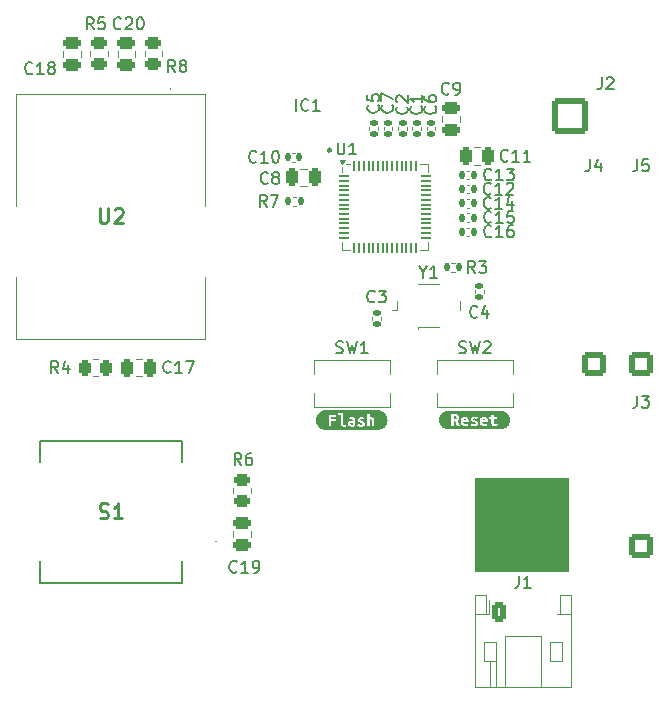
<source format=gto>
G04 #@! TF.GenerationSoftware,KiCad,Pcbnew,8.0.6*
G04 #@! TF.CreationDate,2025-04-03T21:30:13+02:00*
G04 #@! TF.ProjectId,UV-Controller,55562d43-6f6e-4747-926f-6c6c65722e6b,v2.0*
G04 #@! TF.SameCoordinates,Original*
G04 #@! TF.FileFunction,Legend,Top*
G04 #@! TF.FilePolarity,Positive*
%FSLAX46Y46*%
G04 Gerber Fmt 4.6, Leading zero omitted, Abs format (unit mm)*
G04 Created by KiCad (PCBNEW 8.0.6) date 2025-04-03 21:30:13*
%MOMM*%
%LPD*%
G01*
G04 APERTURE LIST*
G04 Aperture macros list*
%AMRoundRect*
0 Rectangle with rounded corners*
0 $1 Rounding radius*
0 $2 $3 $4 $5 $6 $7 $8 $9 X,Y pos of 4 corners*
0 Add a 4 corners polygon primitive as box body*
4,1,4,$2,$3,$4,$5,$6,$7,$8,$9,$2,$3,0*
0 Add four circle primitives for the rounded corners*
1,1,$1+$1,$2,$3*
1,1,$1+$1,$4,$5*
1,1,$1+$1,$6,$7*
1,1,$1+$1,$8,$9*
0 Add four rect primitives between the rounded corners*
20,1,$1+$1,$2,$3,$4,$5,0*
20,1,$1+$1,$4,$5,$6,$7,0*
20,1,$1+$1,$6,$7,$8,$9,0*
20,1,$1+$1,$8,$9,$2,$3,0*%
G04 Aperture macros list end*
%ADD10C,0.150000*%
%ADD11C,0.254000*%
%ADD12C,0.000000*%
%ADD13C,0.120000*%
%ADD14C,0.250000*%
%ADD15C,0.100000*%
%ADD16C,0.200000*%
%ADD17RoundRect,0.250000X-0.250000X-0.475000X0.250000X-0.475000X0.250000X0.475000X-0.250000X0.475000X0*%
%ADD18R,1.800000X1.200000*%
%ADD19R,0.900000X0.300000*%
%ADD20R,0.250000X1.650000*%
%ADD21RoundRect,0.249999X-1.300001X-1.300001X1.300001X-1.300001X1.300001X1.300001X-1.300001X1.300001X0*%
%ADD22C,3.100000*%
%ADD23C,2.700000*%
%ADD24RoundRect,0.250001X0.799999X-0.799999X0.799999X0.799999X-0.799999X0.799999X-0.799999X-0.799999X0*%
%ADD25C,2.100000*%
%ADD26C,1.950000*%
%ADD27C,4.460000*%
%ADD28RoundRect,0.250000X-0.350000X-0.625000X0.350000X-0.625000X0.350000X0.625000X-0.350000X0.625000X0*%
%ADD29O,1.200000X1.750000*%
%ADD30RoundRect,0.250000X-0.450000X0.262500X-0.450000X-0.262500X0.450000X-0.262500X0.450000X0.262500X0*%
%ADD31RoundRect,0.135000X-0.135000X-0.185000X0.135000X-0.185000X0.135000X0.185000X-0.135000X0.185000X0*%
%ADD32RoundRect,0.250000X-0.262500X-0.450000X0.262500X-0.450000X0.262500X0.450000X-0.262500X0.450000X0*%
%ADD33RoundRect,0.140000X-0.140000X-0.170000X0.140000X-0.170000X0.140000X0.170000X-0.140000X0.170000X0*%
%ADD34RoundRect,0.250000X-0.475000X0.250000X-0.475000X-0.250000X0.475000X-0.250000X0.475000X0.250000X0*%
%ADD35RoundRect,0.140000X-0.170000X0.140000X-0.170000X-0.140000X0.170000X-0.140000X0.170000X0.140000X0*%
%ADD36RoundRect,0.250000X0.475000X-0.250000X0.475000X0.250000X-0.475000X0.250000X-0.475000X-0.250000X0*%
%ADD37R,2.300000X2.400000*%
%ADD38RoundRect,0.050000X-0.387500X-0.050000X0.387500X-0.050000X0.387500X0.050000X-0.387500X0.050000X0*%
%ADD39RoundRect,0.050000X-0.050000X-0.387500X0.050000X-0.387500X0.050000X0.387500X-0.050000X0.387500X0*%
%ADD40R,3.200000X3.200000*%
%ADD41RoundRect,0.140000X0.170000X-0.140000X0.170000X0.140000X-0.170000X0.140000X-0.170000X-0.140000X0*%
%ADD42RoundRect,0.135000X0.135000X0.185000X-0.135000X0.185000X-0.135000X-0.185000X0.135000X-0.185000X0*%
%ADD43R,1.250000X1.000000*%
G04 APERTURE END LIST*
G36*
X160900000Y-111600000D02*
G01*
X168900000Y-111600000D01*
X168900000Y-119600000D01*
X160900000Y-119600000D01*
X160900000Y-111600000D01*
G37*
D10*
X163719642Y-84734580D02*
X163672023Y-84782200D01*
X163672023Y-84782200D02*
X163529166Y-84829819D01*
X163529166Y-84829819D02*
X163433928Y-84829819D01*
X163433928Y-84829819D02*
X163291071Y-84782200D01*
X163291071Y-84782200D02*
X163195833Y-84686961D01*
X163195833Y-84686961D02*
X163148214Y-84591723D01*
X163148214Y-84591723D02*
X163100595Y-84401247D01*
X163100595Y-84401247D02*
X163100595Y-84258390D01*
X163100595Y-84258390D02*
X163148214Y-84067914D01*
X163148214Y-84067914D02*
X163195833Y-83972676D01*
X163195833Y-83972676D02*
X163291071Y-83877438D01*
X163291071Y-83877438D02*
X163433928Y-83829819D01*
X163433928Y-83829819D02*
X163529166Y-83829819D01*
X163529166Y-83829819D02*
X163672023Y-83877438D01*
X163672023Y-83877438D02*
X163719642Y-83925057D01*
X164672023Y-84829819D02*
X164100595Y-84829819D01*
X164386309Y-84829819D02*
X164386309Y-83829819D01*
X164386309Y-83829819D02*
X164291071Y-83972676D01*
X164291071Y-83972676D02*
X164195833Y-84067914D01*
X164195833Y-84067914D02*
X164100595Y-84115533D01*
X165624404Y-84829819D02*
X165052976Y-84829819D01*
X165338690Y-84829819D02*
X165338690Y-83829819D01*
X165338690Y-83829819D02*
X165243452Y-83972676D01*
X165243452Y-83972676D02*
X165148214Y-84067914D01*
X165148214Y-84067914D02*
X165052976Y-84115533D01*
X156523809Y-94178628D02*
X156523809Y-94654819D01*
X156190476Y-93654819D02*
X156523809Y-94178628D01*
X156523809Y-94178628D02*
X156857142Y-93654819D01*
X157714285Y-94654819D02*
X157142857Y-94654819D01*
X157428571Y-94654819D02*
X157428571Y-93654819D01*
X157428571Y-93654819D02*
X157333333Y-93797676D01*
X157333333Y-93797676D02*
X157238095Y-93892914D01*
X157238095Y-93892914D02*
X157142857Y-93940533D01*
X145786310Y-80529819D02*
X145786310Y-79529819D01*
X146833928Y-80434580D02*
X146786309Y-80482200D01*
X146786309Y-80482200D02*
X146643452Y-80529819D01*
X146643452Y-80529819D02*
X146548214Y-80529819D01*
X146548214Y-80529819D02*
X146405357Y-80482200D01*
X146405357Y-80482200D02*
X146310119Y-80386961D01*
X146310119Y-80386961D02*
X146262500Y-80291723D01*
X146262500Y-80291723D02*
X146214881Y-80101247D01*
X146214881Y-80101247D02*
X146214881Y-79958390D01*
X146214881Y-79958390D02*
X146262500Y-79767914D01*
X146262500Y-79767914D02*
X146310119Y-79672676D01*
X146310119Y-79672676D02*
X146405357Y-79577438D01*
X146405357Y-79577438D02*
X146548214Y-79529819D01*
X146548214Y-79529819D02*
X146643452Y-79529819D01*
X146643452Y-79529819D02*
X146786309Y-79577438D01*
X146786309Y-79577438D02*
X146833928Y-79625057D01*
X147786309Y-80529819D02*
X147214881Y-80529819D01*
X147500595Y-80529819D02*
X147500595Y-79529819D01*
X147500595Y-79529819D02*
X147405357Y-79672676D01*
X147405357Y-79672676D02*
X147310119Y-79767914D01*
X147310119Y-79767914D02*
X147214881Y-79815533D01*
X171666666Y-77704819D02*
X171666666Y-78419104D01*
X171666666Y-78419104D02*
X171619047Y-78561961D01*
X171619047Y-78561961D02*
X171523809Y-78657200D01*
X171523809Y-78657200D02*
X171380952Y-78704819D01*
X171380952Y-78704819D02*
X171285714Y-78704819D01*
X172095238Y-77800057D02*
X172142857Y-77752438D01*
X172142857Y-77752438D02*
X172238095Y-77704819D01*
X172238095Y-77704819D02*
X172476190Y-77704819D01*
X172476190Y-77704819D02*
X172571428Y-77752438D01*
X172571428Y-77752438D02*
X172619047Y-77800057D01*
X172619047Y-77800057D02*
X172666666Y-77895295D01*
X172666666Y-77895295D02*
X172666666Y-77990533D01*
X172666666Y-77990533D02*
X172619047Y-78133390D01*
X172619047Y-78133390D02*
X172047619Y-78704819D01*
X172047619Y-78704819D02*
X172666666Y-78704819D01*
X174666666Y-104654819D02*
X174666666Y-105369104D01*
X174666666Y-105369104D02*
X174619047Y-105511961D01*
X174619047Y-105511961D02*
X174523809Y-105607200D01*
X174523809Y-105607200D02*
X174380952Y-105654819D01*
X174380952Y-105654819D02*
X174285714Y-105654819D01*
X175047619Y-104654819D02*
X175666666Y-104654819D01*
X175666666Y-104654819D02*
X175333333Y-105035771D01*
X175333333Y-105035771D02*
X175476190Y-105035771D01*
X175476190Y-105035771D02*
X175571428Y-105083390D01*
X175571428Y-105083390D02*
X175619047Y-105131009D01*
X175619047Y-105131009D02*
X175666666Y-105226247D01*
X175666666Y-105226247D02*
X175666666Y-105464342D01*
X175666666Y-105464342D02*
X175619047Y-105559580D01*
X175619047Y-105559580D02*
X175571428Y-105607200D01*
X175571428Y-105607200D02*
X175476190Y-105654819D01*
X175476190Y-105654819D02*
X175190476Y-105654819D01*
X175190476Y-105654819D02*
X175095238Y-105607200D01*
X175095238Y-105607200D02*
X175047619Y-105559580D01*
D11*
X129144880Y-88779318D02*
X129144880Y-89807413D01*
X129144880Y-89807413D02*
X129205357Y-89928365D01*
X129205357Y-89928365D02*
X129265833Y-89988842D01*
X129265833Y-89988842D02*
X129386785Y-90049318D01*
X129386785Y-90049318D02*
X129628690Y-90049318D01*
X129628690Y-90049318D02*
X129749642Y-89988842D01*
X129749642Y-89988842D02*
X129810119Y-89928365D01*
X129810119Y-89928365D02*
X129870595Y-89807413D01*
X129870595Y-89807413D02*
X129870595Y-88779318D01*
X130414880Y-88900270D02*
X130475356Y-88839794D01*
X130475356Y-88839794D02*
X130596309Y-88779318D01*
X130596309Y-88779318D02*
X130898690Y-88779318D01*
X130898690Y-88779318D02*
X131019642Y-88839794D01*
X131019642Y-88839794D02*
X131080118Y-88900270D01*
X131080118Y-88900270D02*
X131140595Y-89021222D01*
X131140595Y-89021222D02*
X131140595Y-89142175D01*
X131140595Y-89142175D02*
X131080118Y-89323603D01*
X131080118Y-89323603D02*
X130354404Y-90049318D01*
X130354404Y-90049318D02*
X131140595Y-90049318D01*
D10*
X170666666Y-84654819D02*
X170666666Y-85369104D01*
X170666666Y-85369104D02*
X170619047Y-85511961D01*
X170619047Y-85511961D02*
X170523809Y-85607200D01*
X170523809Y-85607200D02*
X170380952Y-85654819D01*
X170380952Y-85654819D02*
X170285714Y-85654819D01*
X171571428Y-84988152D02*
X171571428Y-85654819D01*
X171333333Y-84607200D02*
X171095238Y-85321485D01*
X171095238Y-85321485D02*
X171714285Y-85321485D01*
X164666666Y-119904819D02*
X164666666Y-120619104D01*
X164666666Y-120619104D02*
X164619047Y-120761961D01*
X164619047Y-120761961D02*
X164523809Y-120857200D01*
X164523809Y-120857200D02*
X164380952Y-120904819D01*
X164380952Y-120904819D02*
X164285714Y-120904819D01*
X165666666Y-120904819D02*
X165095238Y-120904819D01*
X165380952Y-120904819D02*
X165380952Y-119904819D01*
X165380952Y-119904819D02*
X165285714Y-120047676D01*
X165285714Y-120047676D02*
X165190476Y-120142914D01*
X165190476Y-120142914D02*
X165095238Y-120190533D01*
X174666666Y-84654819D02*
X174666666Y-85369104D01*
X174666666Y-85369104D02*
X174619047Y-85511961D01*
X174619047Y-85511961D02*
X174523809Y-85607200D01*
X174523809Y-85607200D02*
X174380952Y-85654819D01*
X174380952Y-85654819D02*
X174285714Y-85654819D01*
X175619047Y-84654819D02*
X175142857Y-84654819D01*
X175142857Y-84654819D02*
X175095238Y-85131009D01*
X175095238Y-85131009D02*
X175142857Y-85083390D01*
X175142857Y-85083390D02*
X175238095Y-85035771D01*
X175238095Y-85035771D02*
X175476190Y-85035771D01*
X175476190Y-85035771D02*
X175571428Y-85083390D01*
X175571428Y-85083390D02*
X175619047Y-85131009D01*
X175619047Y-85131009D02*
X175666666Y-85226247D01*
X175666666Y-85226247D02*
X175666666Y-85464342D01*
X175666666Y-85464342D02*
X175619047Y-85559580D01*
X175619047Y-85559580D02*
X175571428Y-85607200D01*
X175571428Y-85607200D02*
X175476190Y-85654819D01*
X175476190Y-85654819D02*
X175238095Y-85654819D01*
X175238095Y-85654819D02*
X175142857Y-85607200D01*
X175142857Y-85607200D02*
X175095238Y-85559580D01*
X128645833Y-73629819D02*
X128312500Y-73153628D01*
X128074405Y-73629819D02*
X128074405Y-72629819D01*
X128074405Y-72629819D02*
X128455357Y-72629819D01*
X128455357Y-72629819D02*
X128550595Y-72677438D01*
X128550595Y-72677438D02*
X128598214Y-72725057D01*
X128598214Y-72725057D02*
X128645833Y-72820295D01*
X128645833Y-72820295D02*
X128645833Y-72963152D01*
X128645833Y-72963152D02*
X128598214Y-73058390D01*
X128598214Y-73058390D02*
X128550595Y-73106009D01*
X128550595Y-73106009D02*
X128455357Y-73153628D01*
X128455357Y-73153628D02*
X128074405Y-73153628D01*
X129550595Y-72629819D02*
X129074405Y-72629819D01*
X129074405Y-72629819D02*
X129026786Y-73106009D01*
X129026786Y-73106009D02*
X129074405Y-73058390D01*
X129074405Y-73058390D02*
X129169643Y-73010771D01*
X129169643Y-73010771D02*
X129407738Y-73010771D01*
X129407738Y-73010771D02*
X129502976Y-73058390D01*
X129502976Y-73058390D02*
X129550595Y-73106009D01*
X129550595Y-73106009D02*
X129598214Y-73201247D01*
X129598214Y-73201247D02*
X129598214Y-73439342D01*
X129598214Y-73439342D02*
X129550595Y-73534580D01*
X129550595Y-73534580D02*
X129502976Y-73582200D01*
X129502976Y-73582200D02*
X129407738Y-73629819D01*
X129407738Y-73629819D02*
X129169643Y-73629819D01*
X129169643Y-73629819D02*
X129074405Y-73582200D01*
X129074405Y-73582200D02*
X129026786Y-73534580D01*
X160933333Y-94254819D02*
X160600000Y-93778628D01*
X160361905Y-94254819D02*
X160361905Y-93254819D01*
X160361905Y-93254819D02*
X160742857Y-93254819D01*
X160742857Y-93254819D02*
X160838095Y-93302438D01*
X160838095Y-93302438D02*
X160885714Y-93350057D01*
X160885714Y-93350057D02*
X160933333Y-93445295D01*
X160933333Y-93445295D02*
X160933333Y-93588152D01*
X160933333Y-93588152D02*
X160885714Y-93683390D01*
X160885714Y-93683390D02*
X160838095Y-93731009D01*
X160838095Y-93731009D02*
X160742857Y-93778628D01*
X160742857Y-93778628D02*
X160361905Y-93778628D01*
X161266667Y-93254819D02*
X161885714Y-93254819D01*
X161885714Y-93254819D02*
X161552381Y-93635771D01*
X161552381Y-93635771D02*
X161695238Y-93635771D01*
X161695238Y-93635771D02*
X161790476Y-93683390D01*
X161790476Y-93683390D02*
X161838095Y-93731009D01*
X161838095Y-93731009D02*
X161885714Y-93826247D01*
X161885714Y-93826247D02*
X161885714Y-94064342D01*
X161885714Y-94064342D02*
X161838095Y-94159580D01*
X161838095Y-94159580D02*
X161790476Y-94207200D01*
X161790476Y-94207200D02*
X161695238Y-94254819D01*
X161695238Y-94254819D02*
X161409524Y-94254819D01*
X161409524Y-94254819D02*
X161314286Y-94207200D01*
X161314286Y-94207200D02*
X161266667Y-94159580D01*
X125645833Y-102729819D02*
X125312500Y-102253628D01*
X125074405Y-102729819D02*
X125074405Y-101729819D01*
X125074405Y-101729819D02*
X125455357Y-101729819D01*
X125455357Y-101729819D02*
X125550595Y-101777438D01*
X125550595Y-101777438D02*
X125598214Y-101825057D01*
X125598214Y-101825057D02*
X125645833Y-101920295D01*
X125645833Y-101920295D02*
X125645833Y-102063152D01*
X125645833Y-102063152D02*
X125598214Y-102158390D01*
X125598214Y-102158390D02*
X125550595Y-102206009D01*
X125550595Y-102206009D02*
X125455357Y-102253628D01*
X125455357Y-102253628D02*
X125074405Y-102253628D01*
X126502976Y-102063152D02*
X126502976Y-102729819D01*
X126264881Y-101682200D02*
X126026786Y-102396485D01*
X126026786Y-102396485D02*
X126645833Y-102396485D01*
X143395833Y-86634580D02*
X143348214Y-86682200D01*
X143348214Y-86682200D02*
X143205357Y-86729819D01*
X143205357Y-86729819D02*
X143110119Y-86729819D01*
X143110119Y-86729819D02*
X142967262Y-86682200D01*
X142967262Y-86682200D02*
X142872024Y-86586961D01*
X142872024Y-86586961D02*
X142824405Y-86491723D01*
X142824405Y-86491723D02*
X142776786Y-86301247D01*
X142776786Y-86301247D02*
X142776786Y-86158390D01*
X142776786Y-86158390D02*
X142824405Y-85967914D01*
X142824405Y-85967914D02*
X142872024Y-85872676D01*
X142872024Y-85872676D02*
X142967262Y-85777438D01*
X142967262Y-85777438D02*
X143110119Y-85729819D01*
X143110119Y-85729819D02*
X143205357Y-85729819D01*
X143205357Y-85729819D02*
X143348214Y-85777438D01*
X143348214Y-85777438D02*
X143395833Y-85825057D01*
X143967262Y-86158390D02*
X143872024Y-86110771D01*
X143872024Y-86110771D02*
X143824405Y-86063152D01*
X143824405Y-86063152D02*
X143776786Y-85967914D01*
X143776786Y-85967914D02*
X143776786Y-85920295D01*
X143776786Y-85920295D02*
X143824405Y-85825057D01*
X143824405Y-85825057D02*
X143872024Y-85777438D01*
X143872024Y-85777438D02*
X143967262Y-85729819D01*
X143967262Y-85729819D02*
X144157738Y-85729819D01*
X144157738Y-85729819D02*
X144252976Y-85777438D01*
X144252976Y-85777438D02*
X144300595Y-85825057D01*
X144300595Y-85825057D02*
X144348214Y-85920295D01*
X144348214Y-85920295D02*
X144348214Y-85967914D01*
X144348214Y-85967914D02*
X144300595Y-86063152D01*
X144300595Y-86063152D02*
X144252976Y-86110771D01*
X144252976Y-86110771D02*
X144157738Y-86158390D01*
X144157738Y-86158390D02*
X143967262Y-86158390D01*
X143967262Y-86158390D02*
X143872024Y-86206009D01*
X143872024Y-86206009D02*
X143824405Y-86253628D01*
X143824405Y-86253628D02*
X143776786Y-86348866D01*
X143776786Y-86348866D02*
X143776786Y-86539342D01*
X143776786Y-86539342D02*
X143824405Y-86634580D01*
X143824405Y-86634580D02*
X143872024Y-86682200D01*
X143872024Y-86682200D02*
X143967262Y-86729819D01*
X143967262Y-86729819D02*
X144157738Y-86729819D01*
X144157738Y-86729819D02*
X144252976Y-86682200D01*
X144252976Y-86682200D02*
X144300595Y-86634580D01*
X144300595Y-86634580D02*
X144348214Y-86539342D01*
X144348214Y-86539342D02*
X144348214Y-86348866D01*
X144348214Y-86348866D02*
X144300595Y-86253628D01*
X144300595Y-86253628D02*
X144252976Y-86206009D01*
X144252976Y-86206009D02*
X144157738Y-86158390D01*
X162319642Y-89934580D02*
X162272023Y-89982200D01*
X162272023Y-89982200D02*
X162129166Y-90029819D01*
X162129166Y-90029819D02*
X162033928Y-90029819D01*
X162033928Y-90029819D02*
X161891071Y-89982200D01*
X161891071Y-89982200D02*
X161795833Y-89886961D01*
X161795833Y-89886961D02*
X161748214Y-89791723D01*
X161748214Y-89791723D02*
X161700595Y-89601247D01*
X161700595Y-89601247D02*
X161700595Y-89458390D01*
X161700595Y-89458390D02*
X161748214Y-89267914D01*
X161748214Y-89267914D02*
X161795833Y-89172676D01*
X161795833Y-89172676D02*
X161891071Y-89077438D01*
X161891071Y-89077438D02*
X162033928Y-89029819D01*
X162033928Y-89029819D02*
X162129166Y-89029819D01*
X162129166Y-89029819D02*
X162272023Y-89077438D01*
X162272023Y-89077438D02*
X162319642Y-89125057D01*
X163272023Y-90029819D02*
X162700595Y-90029819D01*
X162986309Y-90029819D02*
X162986309Y-89029819D01*
X162986309Y-89029819D02*
X162891071Y-89172676D01*
X162891071Y-89172676D02*
X162795833Y-89267914D01*
X162795833Y-89267914D02*
X162700595Y-89315533D01*
X164176785Y-89029819D02*
X163700595Y-89029819D01*
X163700595Y-89029819D02*
X163652976Y-89506009D01*
X163652976Y-89506009D02*
X163700595Y-89458390D01*
X163700595Y-89458390D02*
X163795833Y-89410771D01*
X163795833Y-89410771D02*
X164033928Y-89410771D01*
X164033928Y-89410771D02*
X164129166Y-89458390D01*
X164129166Y-89458390D02*
X164176785Y-89506009D01*
X164176785Y-89506009D02*
X164224404Y-89601247D01*
X164224404Y-89601247D02*
X164224404Y-89839342D01*
X164224404Y-89839342D02*
X164176785Y-89934580D01*
X164176785Y-89934580D02*
X164129166Y-89982200D01*
X164129166Y-89982200D02*
X164033928Y-90029819D01*
X164033928Y-90029819D02*
X163795833Y-90029819D01*
X163795833Y-90029819D02*
X163700595Y-89982200D01*
X163700595Y-89982200D02*
X163652976Y-89934580D01*
X140769642Y-119534580D02*
X140722023Y-119582200D01*
X140722023Y-119582200D02*
X140579166Y-119629819D01*
X140579166Y-119629819D02*
X140483928Y-119629819D01*
X140483928Y-119629819D02*
X140341071Y-119582200D01*
X140341071Y-119582200D02*
X140245833Y-119486961D01*
X140245833Y-119486961D02*
X140198214Y-119391723D01*
X140198214Y-119391723D02*
X140150595Y-119201247D01*
X140150595Y-119201247D02*
X140150595Y-119058390D01*
X140150595Y-119058390D02*
X140198214Y-118867914D01*
X140198214Y-118867914D02*
X140245833Y-118772676D01*
X140245833Y-118772676D02*
X140341071Y-118677438D01*
X140341071Y-118677438D02*
X140483928Y-118629819D01*
X140483928Y-118629819D02*
X140579166Y-118629819D01*
X140579166Y-118629819D02*
X140722023Y-118677438D01*
X140722023Y-118677438D02*
X140769642Y-118725057D01*
X141722023Y-119629819D02*
X141150595Y-119629819D01*
X141436309Y-119629819D02*
X141436309Y-118629819D01*
X141436309Y-118629819D02*
X141341071Y-118772676D01*
X141341071Y-118772676D02*
X141245833Y-118867914D01*
X141245833Y-118867914D02*
X141150595Y-118915533D01*
X142198214Y-119629819D02*
X142388690Y-119629819D01*
X142388690Y-119629819D02*
X142483928Y-119582200D01*
X142483928Y-119582200D02*
X142531547Y-119534580D01*
X142531547Y-119534580D02*
X142626785Y-119391723D01*
X142626785Y-119391723D02*
X142674404Y-119201247D01*
X142674404Y-119201247D02*
X142674404Y-118820295D01*
X142674404Y-118820295D02*
X142626785Y-118725057D01*
X142626785Y-118725057D02*
X142579166Y-118677438D01*
X142579166Y-118677438D02*
X142483928Y-118629819D01*
X142483928Y-118629819D02*
X142293452Y-118629819D01*
X142293452Y-118629819D02*
X142198214Y-118677438D01*
X142198214Y-118677438D02*
X142150595Y-118725057D01*
X142150595Y-118725057D02*
X142102976Y-118820295D01*
X142102976Y-118820295D02*
X142102976Y-119058390D01*
X142102976Y-119058390D02*
X142150595Y-119153628D01*
X142150595Y-119153628D02*
X142198214Y-119201247D01*
X142198214Y-119201247D02*
X142293452Y-119248866D01*
X142293452Y-119248866D02*
X142483928Y-119248866D01*
X142483928Y-119248866D02*
X142579166Y-119201247D01*
X142579166Y-119201247D02*
X142626785Y-119153628D01*
X142626785Y-119153628D02*
X142674404Y-119058390D01*
X152433333Y-96659580D02*
X152385714Y-96707200D01*
X152385714Y-96707200D02*
X152242857Y-96754819D01*
X152242857Y-96754819D02*
X152147619Y-96754819D01*
X152147619Y-96754819D02*
X152004762Y-96707200D01*
X152004762Y-96707200D02*
X151909524Y-96611961D01*
X151909524Y-96611961D02*
X151861905Y-96516723D01*
X151861905Y-96516723D02*
X151814286Y-96326247D01*
X151814286Y-96326247D02*
X151814286Y-96183390D01*
X151814286Y-96183390D02*
X151861905Y-95992914D01*
X151861905Y-95992914D02*
X151909524Y-95897676D01*
X151909524Y-95897676D02*
X152004762Y-95802438D01*
X152004762Y-95802438D02*
X152147619Y-95754819D01*
X152147619Y-95754819D02*
X152242857Y-95754819D01*
X152242857Y-95754819D02*
X152385714Y-95802438D01*
X152385714Y-95802438D02*
X152433333Y-95850057D01*
X152766667Y-95754819D02*
X153385714Y-95754819D01*
X153385714Y-95754819D02*
X153052381Y-96135771D01*
X153052381Y-96135771D02*
X153195238Y-96135771D01*
X153195238Y-96135771D02*
X153290476Y-96183390D01*
X153290476Y-96183390D02*
X153338095Y-96231009D01*
X153338095Y-96231009D02*
X153385714Y-96326247D01*
X153385714Y-96326247D02*
X153385714Y-96564342D01*
X153385714Y-96564342D02*
X153338095Y-96659580D01*
X153338095Y-96659580D02*
X153290476Y-96707200D01*
X153290476Y-96707200D02*
X153195238Y-96754819D01*
X153195238Y-96754819D02*
X152909524Y-96754819D01*
X152909524Y-96754819D02*
X152814286Y-96707200D01*
X152814286Y-96707200D02*
X152766667Y-96659580D01*
X142419642Y-84834580D02*
X142372023Y-84882200D01*
X142372023Y-84882200D02*
X142229166Y-84929819D01*
X142229166Y-84929819D02*
X142133928Y-84929819D01*
X142133928Y-84929819D02*
X141991071Y-84882200D01*
X141991071Y-84882200D02*
X141895833Y-84786961D01*
X141895833Y-84786961D02*
X141848214Y-84691723D01*
X141848214Y-84691723D02*
X141800595Y-84501247D01*
X141800595Y-84501247D02*
X141800595Y-84358390D01*
X141800595Y-84358390D02*
X141848214Y-84167914D01*
X141848214Y-84167914D02*
X141895833Y-84072676D01*
X141895833Y-84072676D02*
X141991071Y-83977438D01*
X141991071Y-83977438D02*
X142133928Y-83929819D01*
X142133928Y-83929819D02*
X142229166Y-83929819D01*
X142229166Y-83929819D02*
X142372023Y-83977438D01*
X142372023Y-83977438D02*
X142419642Y-84025057D01*
X143372023Y-84929819D02*
X142800595Y-84929819D01*
X143086309Y-84929819D02*
X143086309Y-83929819D01*
X143086309Y-83929819D02*
X142991071Y-84072676D01*
X142991071Y-84072676D02*
X142895833Y-84167914D01*
X142895833Y-84167914D02*
X142800595Y-84215533D01*
X143991071Y-83929819D02*
X144086309Y-83929819D01*
X144086309Y-83929819D02*
X144181547Y-83977438D01*
X144181547Y-83977438D02*
X144229166Y-84025057D01*
X144229166Y-84025057D02*
X144276785Y-84120295D01*
X144276785Y-84120295D02*
X144324404Y-84310771D01*
X144324404Y-84310771D02*
X144324404Y-84548866D01*
X144324404Y-84548866D02*
X144276785Y-84739342D01*
X144276785Y-84739342D02*
X144229166Y-84834580D01*
X144229166Y-84834580D02*
X144181547Y-84882200D01*
X144181547Y-84882200D02*
X144086309Y-84929819D01*
X144086309Y-84929819D02*
X143991071Y-84929819D01*
X143991071Y-84929819D02*
X143895833Y-84882200D01*
X143895833Y-84882200D02*
X143848214Y-84834580D01*
X143848214Y-84834580D02*
X143800595Y-84739342D01*
X143800595Y-84739342D02*
X143752976Y-84548866D01*
X143752976Y-84548866D02*
X143752976Y-84310771D01*
X143752976Y-84310771D02*
X143800595Y-84120295D01*
X143800595Y-84120295D02*
X143848214Y-84025057D01*
X143848214Y-84025057D02*
X143895833Y-83977438D01*
X143895833Y-83977438D02*
X143991071Y-83929819D01*
X123469642Y-77334580D02*
X123422023Y-77382200D01*
X123422023Y-77382200D02*
X123279166Y-77429819D01*
X123279166Y-77429819D02*
X123183928Y-77429819D01*
X123183928Y-77429819D02*
X123041071Y-77382200D01*
X123041071Y-77382200D02*
X122945833Y-77286961D01*
X122945833Y-77286961D02*
X122898214Y-77191723D01*
X122898214Y-77191723D02*
X122850595Y-77001247D01*
X122850595Y-77001247D02*
X122850595Y-76858390D01*
X122850595Y-76858390D02*
X122898214Y-76667914D01*
X122898214Y-76667914D02*
X122945833Y-76572676D01*
X122945833Y-76572676D02*
X123041071Y-76477438D01*
X123041071Y-76477438D02*
X123183928Y-76429819D01*
X123183928Y-76429819D02*
X123279166Y-76429819D01*
X123279166Y-76429819D02*
X123422023Y-76477438D01*
X123422023Y-76477438D02*
X123469642Y-76525057D01*
X124422023Y-77429819D02*
X123850595Y-77429819D01*
X124136309Y-77429819D02*
X124136309Y-76429819D01*
X124136309Y-76429819D02*
X124041071Y-76572676D01*
X124041071Y-76572676D02*
X123945833Y-76667914D01*
X123945833Y-76667914D02*
X123850595Y-76715533D01*
X124993452Y-76858390D02*
X124898214Y-76810771D01*
X124898214Y-76810771D02*
X124850595Y-76763152D01*
X124850595Y-76763152D02*
X124802976Y-76667914D01*
X124802976Y-76667914D02*
X124802976Y-76620295D01*
X124802976Y-76620295D02*
X124850595Y-76525057D01*
X124850595Y-76525057D02*
X124898214Y-76477438D01*
X124898214Y-76477438D02*
X124993452Y-76429819D01*
X124993452Y-76429819D02*
X125183928Y-76429819D01*
X125183928Y-76429819D02*
X125279166Y-76477438D01*
X125279166Y-76477438D02*
X125326785Y-76525057D01*
X125326785Y-76525057D02*
X125374404Y-76620295D01*
X125374404Y-76620295D02*
X125374404Y-76667914D01*
X125374404Y-76667914D02*
X125326785Y-76763152D01*
X125326785Y-76763152D02*
X125279166Y-76810771D01*
X125279166Y-76810771D02*
X125183928Y-76858390D01*
X125183928Y-76858390D02*
X124993452Y-76858390D01*
X124993452Y-76858390D02*
X124898214Y-76906009D01*
X124898214Y-76906009D02*
X124850595Y-76953628D01*
X124850595Y-76953628D02*
X124802976Y-77048866D01*
X124802976Y-77048866D02*
X124802976Y-77239342D01*
X124802976Y-77239342D02*
X124850595Y-77334580D01*
X124850595Y-77334580D02*
X124898214Y-77382200D01*
X124898214Y-77382200D02*
X124993452Y-77429819D01*
X124993452Y-77429819D02*
X125183928Y-77429819D01*
X125183928Y-77429819D02*
X125279166Y-77382200D01*
X125279166Y-77382200D02*
X125326785Y-77334580D01*
X125326785Y-77334580D02*
X125374404Y-77239342D01*
X125374404Y-77239342D02*
X125374404Y-77048866D01*
X125374404Y-77048866D02*
X125326785Y-76953628D01*
X125326785Y-76953628D02*
X125279166Y-76906009D01*
X125279166Y-76906009D02*
X125183928Y-76858390D01*
X162319642Y-86334580D02*
X162272023Y-86382200D01*
X162272023Y-86382200D02*
X162129166Y-86429819D01*
X162129166Y-86429819D02*
X162033928Y-86429819D01*
X162033928Y-86429819D02*
X161891071Y-86382200D01*
X161891071Y-86382200D02*
X161795833Y-86286961D01*
X161795833Y-86286961D02*
X161748214Y-86191723D01*
X161748214Y-86191723D02*
X161700595Y-86001247D01*
X161700595Y-86001247D02*
X161700595Y-85858390D01*
X161700595Y-85858390D02*
X161748214Y-85667914D01*
X161748214Y-85667914D02*
X161795833Y-85572676D01*
X161795833Y-85572676D02*
X161891071Y-85477438D01*
X161891071Y-85477438D02*
X162033928Y-85429819D01*
X162033928Y-85429819D02*
X162129166Y-85429819D01*
X162129166Y-85429819D02*
X162272023Y-85477438D01*
X162272023Y-85477438D02*
X162319642Y-85525057D01*
X163272023Y-86429819D02*
X162700595Y-86429819D01*
X162986309Y-86429819D02*
X162986309Y-85429819D01*
X162986309Y-85429819D02*
X162891071Y-85572676D01*
X162891071Y-85572676D02*
X162795833Y-85667914D01*
X162795833Y-85667914D02*
X162700595Y-85715533D01*
X163605357Y-85429819D02*
X164224404Y-85429819D01*
X164224404Y-85429819D02*
X163891071Y-85810771D01*
X163891071Y-85810771D02*
X164033928Y-85810771D01*
X164033928Y-85810771D02*
X164129166Y-85858390D01*
X164129166Y-85858390D02*
X164176785Y-85906009D01*
X164176785Y-85906009D02*
X164224404Y-86001247D01*
X164224404Y-86001247D02*
X164224404Y-86239342D01*
X164224404Y-86239342D02*
X164176785Y-86334580D01*
X164176785Y-86334580D02*
X164129166Y-86382200D01*
X164129166Y-86382200D02*
X164033928Y-86429819D01*
X164033928Y-86429819D02*
X163748214Y-86429819D01*
X163748214Y-86429819D02*
X163652976Y-86382200D01*
X163652976Y-86382200D02*
X163605357Y-86334580D01*
X162319642Y-91134580D02*
X162272023Y-91182200D01*
X162272023Y-91182200D02*
X162129166Y-91229819D01*
X162129166Y-91229819D02*
X162033928Y-91229819D01*
X162033928Y-91229819D02*
X161891071Y-91182200D01*
X161891071Y-91182200D02*
X161795833Y-91086961D01*
X161795833Y-91086961D02*
X161748214Y-90991723D01*
X161748214Y-90991723D02*
X161700595Y-90801247D01*
X161700595Y-90801247D02*
X161700595Y-90658390D01*
X161700595Y-90658390D02*
X161748214Y-90467914D01*
X161748214Y-90467914D02*
X161795833Y-90372676D01*
X161795833Y-90372676D02*
X161891071Y-90277438D01*
X161891071Y-90277438D02*
X162033928Y-90229819D01*
X162033928Y-90229819D02*
X162129166Y-90229819D01*
X162129166Y-90229819D02*
X162272023Y-90277438D01*
X162272023Y-90277438D02*
X162319642Y-90325057D01*
X163272023Y-91229819D02*
X162700595Y-91229819D01*
X162986309Y-91229819D02*
X162986309Y-90229819D01*
X162986309Y-90229819D02*
X162891071Y-90372676D01*
X162891071Y-90372676D02*
X162795833Y-90467914D01*
X162795833Y-90467914D02*
X162700595Y-90515533D01*
X164129166Y-90229819D02*
X163938690Y-90229819D01*
X163938690Y-90229819D02*
X163843452Y-90277438D01*
X163843452Y-90277438D02*
X163795833Y-90325057D01*
X163795833Y-90325057D02*
X163700595Y-90467914D01*
X163700595Y-90467914D02*
X163652976Y-90658390D01*
X163652976Y-90658390D02*
X163652976Y-91039342D01*
X163652976Y-91039342D02*
X163700595Y-91134580D01*
X163700595Y-91134580D02*
X163748214Y-91182200D01*
X163748214Y-91182200D02*
X163843452Y-91229819D01*
X163843452Y-91229819D02*
X164033928Y-91229819D01*
X164033928Y-91229819D02*
X164129166Y-91182200D01*
X164129166Y-91182200D02*
X164176785Y-91134580D01*
X164176785Y-91134580D02*
X164224404Y-91039342D01*
X164224404Y-91039342D02*
X164224404Y-90801247D01*
X164224404Y-90801247D02*
X164176785Y-90706009D01*
X164176785Y-90706009D02*
X164129166Y-90658390D01*
X164129166Y-90658390D02*
X164033928Y-90610771D01*
X164033928Y-90610771D02*
X163843452Y-90610771D01*
X163843452Y-90610771D02*
X163748214Y-90658390D01*
X163748214Y-90658390D02*
X163700595Y-90706009D01*
X163700595Y-90706009D02*
X163652976Y-90801247D01*
D11*
X129144880Y-114988842D02*
X129326309Y-115049318D01*
X129326309Y-115049318D02*
X129628690Y-115049318D01*
X129628690Y-115049318D02*
X129749642Y-114988842D01*
X129749642Y-114988842D02*
X129810118Y-114928365D01*
X129810118Y-114928365D02*
X129870595Y-114807413D01*
X129870595Y-114807413D02*
X129870595Y-114686461D01*
X129870595Y-114686461D02*
X129810118Y-114565508D01*
X129810118Y-114565508D02*
X129749642Y-114505032D01*
X129749642Y-114505032D02*
X129628690Y-114444556D01*
X129628690Y-114444556D02*
X129386785Y-114384080D01*
X129386785Y-114384080D02*
X129265833Y-114323603D01*
X129265833Y-114323603D02*
X129205356Y-114263127D01*
X129205356Y-114263127D02*
X129144880Y-114142175D01*
X129144880Y-114142175D02*
X129144880Y-114021222D01*
X129144880Y-114021222D02*
X129205356Y-113900270D01*
X129205356Y-113900270D02*
X129265833Y-113839794D01*
X129265833Y-113839794D02*
X129386785Y-113779318D01*
X129386785Y-113779318D02*
X129689166Y-113779318D01*
X129689166Y-113779318D02*
X129870595Y-113839794D01*
X131080119Y-115049318D02*
X130354404Y-115049318D01*
X130717261Y-115049318D02*
X130717261Y-113779318D01*
X130717261Y-113779318D02*
X130596309Y-113960746D01*
X130596309Y-113960746D02*
X130475357Y-114081699D01*
X130475357Y-114081699D02*
X130354404Y-114142175D01*
D10*
X149300595Y-83229819D02*
X149300595Y-84039342D01*
X149300595Y-84039342D02*
X149348214Y-84134580D01*
X149348214Y-84134580D02*
X149395833Y-84182200D01*
X149395833Y-84182200D02*
X149491071Y-84229819D01*
X149491071Y-84229819D02*
X149681547Y-84229819D01*
X149681547Y-84229819D02*
X149776785Y-84182200D01*
X149776785Y-84182200D02*
X149824404Y-84134580D01*
X149824404Y-84134580D02*
X149872023Y-84039342D01*
X149872023Y-84039342D02*
X149872023Y-83229819D01*
X150872023Y-84229819D02*
X150300595Y-84229819D01*
X150586309Y-84229819D02*
X150586309Y-83229819D01*
X150586309Y-83229819D02*
X150491071Y-83372676D01*
X150491071Y-83372676D02*
X150395833Y-83467914D01*
X150395833Y-83467914D02*
X150300595Y-83515533D01*
X141145833Y-110529819D02*
X140812500Y-110053628D01*
X140574405Y-110529819D02*
X140574405Y-109529819D01*
X140574405Y-109529819D02*
X140955357Y-109529819D01*
X140955357Y-109529819D02*
X141050595Y-109577438D01*
X141050595Y-109577438D02*
X141098214Y-109625057D01*
X141098214Y-109625057D02*
X141145833Y-109720295D01*
X141145833Y-109720295D02*
X141145833Y-109863152D01*
X141145833Y-109863152D02*
X141098214Y-109958390D01*
X141098214Y-109958390D02*
X141050595Y-110006009D01*
X141050595Y-110006009D02*
X140955357Y-110053628D01*
X140955357Y-110053628D02*
X140574405Y-110053628D01*
X142002976Y-109529819D02*
X141812500Y-109529819D01*
X141812500Y-109529819D02*
X141717262Y-109577438D01*
X141717262Y-109577438D02*
X141669643Y-109625057D01*
X141669643Y-109625057D02*
X141574405Y-109767914D01*
X141574405Y-109767914D02*
X141526786Y-109958390D01*
X141526786Y-109958390D02*
X141526786Y-110339342D01*
X141526786Y-110339342D02*
X141574405Y-110434580D01*
X141574405Y-110434580D02*
X141622024Y-110482200D01*
X141622024Y-110482200D02*
X141717262Y-110529819D01*
X141717262Y-110529819D02*
X141907738Y-110529819D01*
X141907738Y-110529819D02*
X142002976Y-110482200D01*
X142002976Y-110482200D02*
X142050595Y-110434580D01*
X142050595Y-110434580D02*
X142098214Y-110339342D01*
X142098214Y-110339342D02*
X142098214Y-110101247D01*
X142098214Y-110101247D02*
X142050595Y-110006009D01*
X142050595Y-110006009D02*
X142002976Y-109958390D01*
X142002976Y-109958390D02*
X141907738Y-109910771D01*
X141907738Y-109910771D02*
X141717262Y-109910771D01*
X141717262Y-109910771D02*
X141622024Y-109958390D01*
X141622024Y-109958390D02*
X141574405Y-110006009D01*
X141574405Y-110006009D02*
X141526786Y-110101247D01*
X130969642Y-73534580D02*
X130922023Y-73582200D01*
X130922023Y-73582200D02*
X130779166Y-73629819D01*
X130779166Y-73629819D02*
X130683928Y-73629819D01*
X130683928Y-73629819D02*
X130541071Y-73582200D01*
X130541071Y-73582200D02*
X130445833Y-73486961D01*
X130445833Y-73486961D02*
X130398214Y-73391723D01*
X130398214Y-73391723D02*
X130350595Y-73201247D01*
X130350595Y-73201247D02*
X130350595Y-73058390D01*
X130350595Y-73058390D02*
X130398214Y-72867914D01*
X130398214Y-72867914D02*
X130445833Y-72772676D01*
X130445833Y-72772676D02*
X130541071Y-72677438D01*
X130541071Y-72677438D02*
X130683928Y-72629819D01*
X130683928Y-72629819D02*
X130779166Y-72629819D01*
X130779166Y-72629819D02*
X130922023Y-72677438D01*
X130922023Y-72677438D02*
X130969642Y-72725057D01*
X131350595Y-72725057D02*
X131398214Y-72677438D01*
X131398214Y-72677438D02*
X131493452Y-72629819D01*
X131493452Y-72629819D02*
X131731547Y-72629819D01*
X131731547Y-72629819D02*
X131826785Y-72677438D01*
X131826785Y-72677438D02*
X131874404Y-72725057D01*
X131874404Y-72725057D02*
X131922023Y-72820295D01*
X131922023Y-72820295D02*
X131922023Y-72915533D01*
X131922023Y-72915533D02*
X131874404Y-73058390D01*
X131874404Y-73058390D02*
X131302976Y-73629819D01*
X131302976Y-73629819D02*
X131922023Y-73629819D01*
X132541071Y-72629819D02*
X132636309Y-72629819D01*
X132636309Y-72629819D02*
X132731547Y-72677438D01*
X132731547Y-72677438D02*
X132779166Y-72725057D01*
X132779166Y-72725057D02*
X132826785Y-72820295D01*
X132826785Y-72820295D02*
X132874404Y-73010771D01*
X132874404Y-73010771D02*
X132874404Y-73248866D01*
X132874404Y-73248866D02*
X132826785Y-73439342D01*
X132826785Y-73439342D02*
X132779166Y-73534580D01*
X132779166Y-73534580D02*
X132731547Y-73582200D01*
X132731547Y-73582200D02*
X132636309Y-73629819D01*
X132636309Y-73629819D02*
X132541071Y-73629819D01*
X132541071Y-73629819D02*
X132445833Y-73582200D01*
X132445833Y-73582200D02*
X132398214Y-73534580D01*
X132398214Y-73534580D02*
X132350595Y-73439342D01*
X132350595Y-73439342D02*
X132302976Y-73248866D01*
X132302976Y-73248866D02*
X132302976Y-73010771D01*
X132302976Y-73010771D02*
X132350595Y-72820295D01*
X132350595Y-72820295D02*
X132398214Y-72725057D01*
X132398214Y-72725057D02*
X132445833Y-72677438D01*
X132445833Y-72677438D02*
X132541071Y-72629819D01*
X153922080Y-80066666D02*
X153969700Y-80114285D01*
X153969700Y-80114285D02*
X154017319Y-80257142D01*
X154017319Y-80257142D02*
X154017319Y-80352380D01*
X154017319Y-80352380D02*
X153969700Y-80495237D01*
X153969700Y-80495237D02*
X153874461Y-80590475D01*
X153874461Y-80590475D02*
X153779223Y-80638094D01*
X153779223Y-80638094D02*
X153588747Y-80685713D01*
X153588747Y-80685713D02*
X153445890Y-80685713D01*
X153445890Y-80685713D02*
X153255414Y-80638094D01*
X153255414Y-80638094D02*
X153160176Y-80590475D01*
X153160176Y-80590475D02*
X153064938Y-80495237D01*
X153064938Y-80495237D02*
X153017319Y-80352380D01*
X153017319Y-80352380D02*
X153017319Y-80257142D01*
X153017319Y-80257142D02*
X153064938Y-80114285D01*
X153064938Y-80114285D02*
X153112557Y-80066666D01*
X153017319Y-79733332D02*
X153017319Y-79066666D01*
X153017319Y-79066666D02*
X154017319Y-79495237D01*
X158733333Y-79059580D02*
X158685714Y-79107200D01*
X158685714Y-79107200D02*
X158542857Y-79154819D01*
X158542857Y-79154819D02*
X158447619Y-79154819D01*
X158447619Y-79154819D02*
X158304762Y-79107200D01*
X158304762Y-79107200D02*
X158209524Y-79011961D01*
X158209524Y-79011961D02*
X158161905Y-78916723D01*
X158161905Y-78916723D02*
X158114286Y-78726247D01*
X158114286Y-78726247D02*
X158114286Y-78583390D01*
X158114286Y-78583390D02*
X158161905Y-78392914D01*
X158161905Y-78392914D02*
X158209524Y-78297676D01*
X158209524Y-78297676D02*
X158304762Y-78202438D01*
X158304762Y-78202438D02*
X158447619Y-78154819D01*
X158447619Y-78154819D02*
X158542857Y-78154819D01*
X158542857Y-78154819D02*
X158685714Y-78202438D01*
X158685714Y-78202438D02*
X158733333Y-78250057D01*
X159209524Y-79154819D02*
X159400000Y-79154819D01*
X159400000Y-79154819D02*
X159495238Y-79107200D01*
X159495238Y-79107200D02*
X159542857Y-79059580D01*
X159542857Y-79059580D02*
X159638095Y-78916723D01*
X159638095Y-78916723D02*
X159685714Y-78726247D01*
X159685714Y-78726247D02*
X159685714Y-78345295D01*
X159685714Y-78345295D02*
X159638095Y-78250057D01*
X159638095Y-78250057D02*
X159590476Y-78202438D01*
X159590476Y-78202438D02*
X159495238Y-78154819D01*
X159495238Y-78154819D02*
X159304762Y-78154819D01*
X159304762Y-78154819D02*
X159209524Y-78202438D01*
X159209524Y-78202438D02*
X159161905Y-78250057D01*
X159161905Y-78250057D02*
X159114286Y-78345295D01*
X159114286Y-78345295D02*
X159114286Y-78583390D01*
X159114286Y-78583390D02*
X159161905Y-78678628D01*
X159161905Y-78678628D02*
X159209524Y-78726247D01*
X159209524Y-78726247D02*
X159304762Y-78773866D01*
X159304762Y-78773866D02*
X159495238Y-78773866D01*
X159495238Y-78773866D02*
X159590476Y-78726247D01*
X159590476Y-78726247D02*
X159638095Y-78678628D01*
X159638095Y-78678628D02*
X159685714Y-78583390D01*
X135169642Y-102634580D02*
X135122023Y-102682200D01*
X135122023Y-102682200D02*
X134979166Y-102729819D01*
X134979166Y-102729819D02*
X134883928Y-102729819D01*
X134883928Y-102729819D02*
X134741071Y-102682200D01*
X134741071Y-102682200D02*
X134645833Y-102586961D01*
X134645833Y-102586961D02*
X134598214Y-102491723D01*
X134598214Y-102491723D02*
X134550595Y-102301247D01*
X134550595Y-102301247D02*
X134550595Y-102158390D01*
X134550595Y-102158390D02*
X134598214Y-101967914D01*
X134598214Y-101967914D02*
X134645833Y-101872676D01*
X134645833Y-101872676D02*
X134741071Y-101777438D01*
X134741071Y-101777438D02*
X134883928Y-101729819D01*
X134883928Y-101729819D02*
X134979166Y-101729819D01*
X134979166Y-101729819D02*
X135122023Y-101777438D01*
X135122023Y-101777438D02*
X135169642Y-101825057D01*
X136122023Y-102729819D02*
X135550595Y-102729819D01*
X135836309Y-102729819D02*
X135836309Y-101729819D01*
X135836309Y-101729819D02*
X135741071Y-101872676D01*
X135741071Y-101872676D02*
X135645833Y-101967914D01*
X135645833Y-101967914D02*
X135550595Y-102015533D01*
X136455357Y-101729819D02*
X137122023Y-101729819D01*
X137122023Y-101729819D02*
X136693452Y-102729819D01*
X143295833Y-88654819D02*
X142962500Y-88178628D01*
X142724405Y-88654819D02*
X142724405Y-87654819D01*
X142724405Y-87654819D02*
X143105357Y-87654819D01*
X143105357Y-87654819D02*
X143200595Y-87702438D01*
X143200595Y-87702438D02*
X143248214Y-87750057D01*
X143248214Y-87750057D02*
X143295833Y-87845295D01*
X143295833Y-87845295D02*
X143295833Y-87988152D01*
X143295833Y-87988152D02*
X143248214Y-88083390D01*
X143248214Y-88083390D02*
X143200595Y-88131009D01*
X143200595Y-88131009D02*
X143105357Y-88178628D01*
X143105357Y-88178628D02*
X142724405Y-88178628D01*
X143629167Y-87654819D02*
X144295833Y-87654819D01*
X144295833Y-87654819D02*
X143867262Y-88654819D01*
X155159580Y-80186666D02*
X155207200Y-80234285D01*
X155207200Y-80234285D02*
X155254819Y-80377142D01*
X155254819Y-80377142D02*
X155254819Y-80472380D01*
X155254819Y-80472380D02*
X155207200Y-80615237D01*
X155207200Y-80615237D02*
X155111961Y-80710475D01*
X155111961Y-80710475D02*
X155016723Y-80758094D01*
X155016723Y-80758094D02*
X154826247Y-80805713D01*
X154826247Y-80805713D02*
X154683390Y-80805713D01*
X154683390Y-80805713D02*
X154492914Y-80758094D01*
X154492914Y-80758094D02*
X154397676Y-80710475D01*
X154397676Y-80710475D02*
X154302438Y-80615237D01*
X154302438Y-80615237D02*
X154254819Y-80472380D01*
X154254819Y-80472380D02*
X154254819Y-80377142D01*
X154254819Y-80377142D02*
X154302438Y-80234285D01*
X154302438Y-80234285D02*
X154350057Y-80186666D01*
X154350057Y-79805713D02*
X154302438Y-79758094D01*
X154302438Y-79758094D02*
X154254819Y-79662856D01*
X154254819Y-79662856D02*
X154254819Y-79424761D01*
X154254819Y-79424761D02*
X154302438Y-79329523D01*
X154302438Y-79329523D02*
X154350057Y-79281904D01*
X154350057Y-79281904D02*
X154445295Y-79234285D01*
X154445295Y-79234285D02*
X154540533Y-79234285D01*
X154540533Y-79234285D02*
X154683390Y-79281904D01*
X154683390Y-79281904D02*
X155254819Y-79853332D01*
X155254819Y-79853332D02*
X155254819Y-79234285D01*
X135545833Y-77229819D02*
X135212500Y-76753628D01*
X134974405Y-77229819D02*
X134974405Y-76229819D01*
X134974405Y-76229819D02*
X135355357Y-76229819D01*
X135355357Y-76229819D02*
X135450595Y-76277438D01*
X135450595Y-76277438D02*
X135498214Y-76325057D01*
X135498214Y-76325057D02*
X135545833Y-76420295D01*
X135545833Y-76420295D02*
X135545833Y-76563152D01*
X135545833Y-76563152D02*
X135498214Y-76658390D01*
X135498214Y-76658390D02*
X135450595Y-76706009D01*
X135450595Y-76706009D02*
X135355357Y-76753628D01*
X135355357Y-76753628D02*
X134974405Y-76753628D01*
X136117262Y-76658390D02*
X136022024Y-76610771D01*
X136022024Y-76610771D02*
X135974405Y-76563152D01*
X135974405Y-76563152D02*
X135926786Y-76467914D01*
X135926786Y-76467914D02*
X135926786Y-76420295D01*
X135926786Y-76420295D02*
X135974405Y-76325057D01*
X135974405Y-76325057D02*
X136022024Y-76277438D01*
X136022024Y-76277438D02*
X136117262Y-76229819D01*
X136117262Y-76229819D02*
X136307738Y-76229819D01*
X136307738Y-76229819D02*
X136402976Y-76277438D01*
X136402976Y-76277438D02*
X136450595Y-76325057D01*
X136450595Y-76325057D02*
X136498214Y-76420295D01*
X136498214Y-76420295D02*
X136498214Y-76467914D01*
X136498214Y-76467914D02*
X136450595Y-76563152D01*
X136450595Y-76563152D02*
X136402976Y-76610771D01*
X136402976Y-76610771D02*
X136307738Y-76658390D01*
X136307738Y-76658390D02*
X136117262Y-76658390D01*
X136117262Y-76658390D02*
X136022024Y-76706009D01*
X136022024Y-76706009D02*
X135974405Y-76753628D01*
X135974405Y-76753628D02*
X135926786Y-76848866D01*
X135926786Y-76848866D02*
X135926786Y-77039342D01*
X135926786Y-77039342D02*
X135974405Y-77134580D01*
X135974405Y-77134580D02*
X136022024Y-77182200D01*
X136022024Y-77182200D02*
X136117262Y-77229819D01*
X136117262Y-77229819D02*
X136307738Y-77229819D01*
X136307738Y-77229819D02*
X136402976Y-77182200D01*
X136402976Y-77182200D02*
X136450595Y-77134580D01*
X136450595Y-77134580D02*
X136498214Y-77039342D01*
X136498214Y-77039342D02*
X136498214Y-76848866D01*
X136498214Y-76848866D02*
X136450595Y-76753628D01*
X136450595Y-76753628D02*
X136402976Y-76706009D01*
X136402976Y-76706009D02*
X136307738Y-76658390D01*
X162279642Y-88734580D02*
X162232023Y-88782200D01*
X162232023Y-88782200D02*
X162089166Y-88829819D01*
X162089166Y-88829819D02*
X161993928Y-88829819D01*
X161993928Y-88829819D02*
X161851071Y-88782200D01*
X161851071Y-88782200D02*
X161755833Y-88686961D01*
X161755833Y-88686961D02*
X161708214Y-88591723D01*
X161708214Y-88591723D02*
X161660595Y-88401247D01*
X161660595Y-88401247D02*
X161660595Y-88258390D01*
X161660595Y-88258390D02*
X161708214Y-88067914D01*
X161708214Y-88067914D02*
X161755833Y-87972676D01*
X161755833Y-87972676D02*
X161851071Y-87877438D01*
X161851071Y-87877438D02*
X161993928Y-87829819D01*
X161993928Y-87829819D02*
X162089166Y-87829819D01*
X162089166Y-87829819D02*
X162232023Y-87877438D01*
X162232023Y-87877438D02*
X162279642Y-87925057D01*
X163232023Y-88829819D02*
X162660595Y-88829819D01*
X162946309Y-88829819D02*
X162946309Y-87829819D01*
X162946309Y-87829819D02*
X162851071Y-87972676D01*
X162851071Y-87972676D02*
X162755833Y-88067914D01*
X162755833Y-88067914D02*
X162660595Y-88115533D01*
X164089166Y-88163152D02*
X164089166Y-88829819D01*
X163851071Y-87782200D02*
X163612976Y-88496485D01*
X163612976Y-88496485D02*
X164232023Y-88496485D01*
X159591667Y-101007200D02*
X159734524Y-101054819D01*
X159734524Y-101054819D02*
X159972619Y-101054819D01*
X159972619Y-101054819D02*
X160067857Y-101007200D01*
X160067857Y-101007200D02*
X160115476Y-100959580D01*
X160115476Y-100959580D02*
X160163095Y-100864342D01*
X160163095Y-100864342D02*
X160163095Y-100769104D01*
X160163095Y-100769104D02*
X160115476Y-100673866D01*
X160115476Y-100673866D02*
X160067857Y-100626247D01*
X160067857Y-100626247D02*
X159972619Y-100578628D01*
X159972619Y-100578628D02*
X159782143Y-100531009D01*
X159782143Y-100531009D02*
X159686905Y-100483390D01*
X159686905Y-100483390D02*
X159639286Y-100435771D01*
X159639286Y-100435771D02*
X159591667Y-100340533D01*
X159591667Y-100340533D02*
X159591667Y-100245295D01*
X159591667Y-100245295D02*
X159639286Y-100150057D01*
X159639286Y-100150057D02*
X159686905Y-100102438D01*
X159686905Y-100102438D02*
X159782143Y-100054819D01*
X159782143Y-100054819D02*
X160020238Y-100054819D01*
X160020238Y-100054819D02*
X160163095Y-100102438D01*
X160496429Y-100054819D02*
X160734524Y-101054819D01*
X160734524Y-101054819D02*
X160925000Y-100340533D01*
X160925000Y-100340533D02*
X161115476Y-101054819D01*
X161115476Y-101054819D02*
X161353572Y-100054819D01*
X161686905Y-100150057D02*
X161734524Y-100102438D01*
X161734524Y-100102438D02*
X161829762Y-100054819D01*
X161829762Y-100054819D02*
X162067857Y-100054819D01*
X162067857Y-100054819D02*
X162163095Y-100102438D01*
X162163095Y-100102438D02*
X162210714Y-100150057D01*
X162210714Y-100150057D02*
X162258333Y-100245295D01*
X162258333Y-100245295D02*
X162258333Y-100340533D01*
X162258333Y-100340533D02*
X162210714Y-100483390D01*
X162210714Y-100483390D02*
X161639286Y-101054819D01*
X161639286Y-101054819D02*
X162258333Y-101054819D01*
X149191667Y-101007200D02*
X149334524Y-101054819D01*
X149334524Y-101054819D02*
X149572619Y-101054819D01*
X149572619Y-101054819D02*
X149667857Y-101007200D01*
X149667857Y-101007200D02*
X149715476Y-100959580D01*
X149715476Y-100959580D02*
X149763095Y-100864342D01*
X149763095Y-100864342D02*
X149763095Y-100769104D01*
X149763095Y-100769104D02*
X149715476Y-100673866D01*
X149715476Y-100673866D02*
X149667857Y-100626247D01*
X149667857Y-100626247D02*
X149572619Y-100578628D01*
X149572619Y-100578628D02*
X149382143Y-100531009D01*
X149382143Y-100531009D02*
X149286905Y-100483390D01*
X149286905Y-100483390D02*
X149239286Y-100435771D01*
X149239286Y-100435771D02*
X149191667Y-100340533D01*
X149191667Y-100340533D02*
X149191667Y-100245295D01*
X149191667Y-100245295D02*
X149239286Y-100150057D01*
X149239286Y-100150057D02*
X149286905Y-100102438D01*
X149286905Y-100102438D02*
X149382143Y-100054819D01*
X149382143Y-100054819D02*
X149620238Y-100054819D01*
X149620238Y-100054819D02*
X149763095Y-100102438D01*
X150096429Y-100054819D02*
X150334524Y-101054819D01*
X150334524Y-101054819D02*
X150525000Y-100340533D01*
X150525000Y-100340533D02*
X150715476Y-101054819D01*
X150715476Y-101054819D02*
X150953572Y-100054819D01*
X151858333Y-101054819D02*
X151286905Y-101054819D01*
X151572619Y-101054819D02*
X151572619Y-100054819D01*
X151572619Y-100054819D02*
X151477381Y-100197676D01*
X151477381Y-100197676D02*
X151382143Y-100292914D01*
X151382143Y-100292914D02*
X151286905Y-100340533D01*
X152722080Y-80066666D02*
X152769700Y-80114285D01*
X152769700Y-80114285D02*
X152817319Y-80257142D01*
X152817319Y-80257142D02*
X152817319Y-80352380D01*
X152817319Y-80352380D02*
X152769700Y-80495237D01*
X152769700Y-80495237D02*
X152674461Y-80590475D01*
X152674461Y-80590475D02*
X152579223Y-80638094D01*
X152579223Y-80638094D02*
X152388747Y-80685713D01*
X152388747Y-80685713D02*
X152245890Y-80685713D01*
X152245890Y-80685713D02*
X152055414Y-80638094D01*
X152055414Y-80638094D02*
X151960176Y-80590475D01*
X151960176Y-80590475D02*
X151864938Y-80495237D01*
X151864938Y-80495237D02*
X151817319Y-80352380D01*
X151817319Y-80352380D02*
X151817319Y-80257142D01*
X151817319Y-80257142D02*
X151864938Y-80114285D01*
X151864938Y-80114285D02*
X151912557Y-80066666D01*
X151817319Y-79161904D02*
X151817319Y-79638094D01*
X151817319Y-79638094D02*
X152293509Y-79685713D01*
X152293509Y-79685713D02*
X152245890Y-79638094D01*
X152245890Y-79638094D02*
X152198271Y-79542856D01*
X152198271Y-79542856D02*
X152198271Y-79304761D01*
X152198271Y-79304761D02*
X152245890Y-79209523D01*
X152245890Y-79209523D02*
X152293509Y-79161904D01*
X152293509Y-79161904D02*
X152388747Y-79114285D01*
X152388747Y-79114285D02*
X152626842Y-79114285D01*
X152626842Y-79114285D02*
X152722080Y-79161904D01*
X152722080Y-79161904D02*
X152769700Y-79209523D01*
X152769700Y-79209523D02*
X152817319Y-79304761D01*
X152817319Y-79304761D02*
X152817319Y-79542856D01*
X152817319Y-79542856D02*
X152769700Y-79638094D01*
X152769700Y-79638094D02*
X152722080Y-79685713D01*
X156359580Y-80166666D02*
X156407200Y-80214285D01*
X156407200Y-80214285D02*
X156454819Y-80357142D01*
X156454819Y-80357142D02*
X156454819Y-80452380D01*
X156454819Y-80452380D02*
X156407200Y-80595237D01*
X156407200Y-80595237D02*
X156311961Y-80690475D01*
X156311961Y-80690475D02*
X156216723Y-80738094D01*
X156216723Y-80738094D02*
X156026247Y-80785713D01*
X156026247Y-80785713D02*
X155883390Y-80785713D01*
X155883390Y-80785713D02*
X155692914Y-80738094D01*
X155692914Y-80738094D02*
X155597676Y-80690475D01*
X155597676Y-80690475D02*
X155502438Y-80595237D01*
X155502438Y-80595237D02*
X155454819Y-80452380D01*
X155454819Y-80452380D02*
X155454819Y-80357142D01*
X155454819Y-80357142D02*
X155502438Y-80214285D01*
X155502438Y-80214285D02*
X155550057Y-80166666D01*
X156454819Y-79214285D02*
X156454819Y-79785713D01*
X156454819Y-79499999D02*
X155454819Y-79499999D01*
X155454819Y-79499999D02*
X155597676Y-79595237D01*
X155597676Y-79595237D02*
X155692914Y-79690475D01*
X155692914Y-79690475D02*
X155740533Y-79785713D01*
X157559580Y-80166666D02*
X157607200Y-80214285D01*
X157607200Y-80214285D02*
X157654819Y-80357142D01*
X157654819Y-80357142D02*
X157654819Y-80452380D01*
X157654819Y-80452380D02*
X157607200Y-80595237D01*
X157607200Y-80595237D02*
X157511961Y-80690475D01*
X157511961Y-80690475D02*
X157416723Y-80738094D01*
X157416723Y-80738094D02*
X157226247Y-80785713D01*
X157226247Y-80785713D02*
X157083390Y-80785713D01*
X157083390Y-80785713D02*
X156892914Y-80738094D01*
X156892914Y-80738094D02*
X156797676Y-80690475D01*
X156797676Y-80690475D02*
X156702438Y-80595237D01*
X156702438Y-80595237D02*
X156654819Y-80452380D01*
X156654819Y-80452380D02*
X156654819Y-80357142D01*
X156654819Y-80357142D02*
X156702438Y-80214285D01*
X156702438Y-80214285D02*
X156750057Y-80166666D01*
X156654819Y-79309523D02*
X156654819Y-79499999D01*
X156654819Y-79499999D02*
X156702438Y-79595237D01*
X156702438Y-79595237D02*
X156750057Y-79642856D01*
X156750057Y-79642856D02*
X156892914Y-79738094D01*
X156892914Y-79738094D02*
X157083390Y-79785713D01*
X157083390Y-79785713D02*
X157464342Y-79785713D01*
X157464342Y-79785713D02*
X157559580Y-79738094D01*
X157559580Y-79738094D02*
X157607200Y-79690475D01*
X157607200Y-79690475D02*
X157654819Y-79595237D01*
X157654819Y-79595237D02*
X157654819Y-79404761D01*
X157654819Y-79404761D02*
X157607200Y-79309523D01*
X157607200Y-79309523D02*
X157559580Y-79261904D01*
X157559580Y-79261904D02*
X157464342Y-79214285D01*
X157464342Y-79214285D02*
X157226247Y-79214285D01*
X157226247Y-79214285D02*
X157131009Y-79261904D01*
X157131009Y-79261904D02*
X157083390Y-79309523D01*
X157083390Y-79309523D02*
X157035771Y-79404761D01*
X157035771Y-79404761D02*
X157035771Y-79595237D01*
X157035771Y-79595237D02*
X157083390Y-79690475D01*
X157083390Y-79690475D02*
X157131009Y-79738094D01*
X157131009Y-79738094D02*
X157226247Y-79785713D01*
X161133333Y-97959580D02*
X161085714Y-98007200D01*
X161085714Y-98007200D02*
X160942857Y-98054819D01*
X160942857Y-98054819D02*
X160847619Y-98054819D01*
X160847619Y-98054819D02*
X160704762Y-98007200D01*
X160704762Y-98007200D02*
X160609524Y-97911961D01*
X160609524Y-97911961D02*
X160561905Y-97816723D01*
X160561905Y-97816723D02*
X160514286Y-97626247D01*
X160514286Y-97626247D02*
X160514286Y-97483390D01*
X160514286Y-97483390D02*
X160561905Y-97292914D01*
X160561905Y-97292914D02*
X160609524Y-97197676D01*
X160609524Y-97197676D02*
X160704762Y-97102438D01*
X160704762Y-97102438D02*
X160847619Y-97054819D01*
X160847619Y-97054819D02*
X160942857Y-97054819D01*
X160942857Y-97054819D02*
X161085714Y-97102438D01*
X161085714Y-97102438D02*
X161133333Y-97150057D01*
X161990476Y-97388152D02*
X161990476Y-98054819D01*
X161752381Y-97007200D02*
X161514286Y-97721485D01*
X161514286Y-97721485D02*
X162133333Y-97721485D01*
X162279642Y-87534580D02*
X162232023Y-87582200D01*
X162232023Y-87582200D02*
X162089166Y-87629819D01*
X162089166Y-87629819D02*
X161993928Y-87629819D01*
X161993928Y-87629819D02*
X161851071Y-87582200D01*
X161851071Y-87582200D02*
X161755833Y-87486961D01*
X161755833Y-87486961D02*
X161708214Y-87391723D01*
X161708214Y-87391723D02*
X161660595Y-87201247D01*
X161660595Y-87201247D02*
X161660595Y-87058390D01*
X161660595Y-87058390D02*
X161708214Y-86867914D01*
X161708214Y-86867914D02*
X161755833Y-86772676D01*
X161755833Y-86772676D02*
X161851071Y-86677438D01*
X161851071Y-86677438D02*
X161993928Y-86629819D01*
X161993928Y-86629819D02*
X162089166Y-86629819D01*
X162089166Y-86629819D02*
X162232023Y-86677438D01*
X162232023Y-86677438D02*
X162279642Y-86725057D01*
X163232023Y-87629819D02*
X162660595Y-87629819D01*
X162946309Y-87629819D02*
X162946309Y-86629819D01*
X162946309Y-86629819D02*
X162851071Y-86772676D01*
X162851071Y-86772676D02*
X162755833Y-86867914D01*
X162755833Y-86867914D02*
X162660595Y-86915533D01*
X163612976Y-86725057D02*
X163660595Y-86677438D01*
X163660595Y-86677438D02*
X163755833Y-86629819D01*
X163755833Y-86629819D02*
X163993928Y-86629819D01*
X163993928Y-86629819D02*
X164089166Y-86677438D01*
X164089166Y-86677438D02*
X164136785Y-86725057D01*
X164136785Y-86725057D02*
X164184404Y-86820295D01*
X164184404Y-86820295D02*
X164184404Y-86915533D01*
X164184404Y-86915533D02*
X164136785Y-87058390D01*
X164136785Y-87058390D02*
X163565357Y-87629819D01*
X163565357Y-87629819D02*
X164184404Y-87629819D01*
D12*
G36*
X163199227Y-105919983D02*
G01*
X163275312Y-105931269D01*
X163349924Y-105949959D01*
X163422346Y-105975871D01*
X163491878Y-106008758D01*
X163557853Y-106048302D01*
X163619634Y-106094121D01*
X163676626Y-106145776D01*
X163728280Y-106202768D01*
X163774100Y-106264549D01*
X163813644Y-106330523D01*
X163846530Y-106400056D01*
X163872443Y-106472477D01*
X163891132Y-106547090D01*
X163902419Y-106623175D01*
X163906193Y-106700000D01*
X163902419Y-106776825D01*
X163891132Y-106852910D01*
X163872443Y-106927523D01*
X163846530Y-106999944D01*
X163813644Y-107069477D01*
X163774100Y-107135451D01*
X163728280Y-107197232D01*
X163676626Y-107254224D01*
X163619634Y-107305879D01*
X163557853Y-107351698D01*
X163491878Y-107391242D01*
X163422346Y-107424129D01*
X163349924Y-107450041D01*
X163275312Y-107468731D01*
X163199227Y-107480017D01*
X163122402Y-107483791D01*
X162853150Y-107483791D01*
X162610824Y-107483791D01*
X161749758Y-107483791D01*
X160841842Y-107483791D01*
X160134249Y-107483791D01*
X159649596Y-107483791D01*
X158946850Y-107483791D01*
X158677598Y-107483791D01*
X158600773Y-107480017D01*
X158524688Y-107468731D01*
X158450076Y-107450041D01*
X158377654Y-107424129D01*
X158308122Y-107391242D01*
X158242147Y-107351698D01*
X158180367Y-107305879D01*
X158123374Y-107254224D01*
X158071720Y-107197232D01*
X158025900Y-107135451D01*
X157986356Y-107069477D01*
X157953470Y-106999944D01*
X157927557Y-106927523D01*
X157908868Y-106852910D01*
X157897581Y-106776825D01*
X157893807Y-106700000D01*
X157897581Y-106623175D01*
X157908868Y-106547090D01*
X157927557Y-106472477D01*
X157953470Y-106400056D01*
X157986356Y-106330523D01*
X158025900Y-106264549D01*
X158065386Y-106211309D01*
X158946850Y-106211309D01*
X158946850Y-107196769D01*
X159145557Y-107196769D01*
X159145557Y-106828433D01*
X159248950Y-106828433D01*
X159303675Y-106919911D01*
X159354766Y-107010178D01*
X159401010Y-107101656D01*
X159441196Y-107196769D01*
X159649596Y-107196769D01*
X159603554Y-107090953D01*
X159547819Y-106979483D01*
X159488045Y-106872859D01*
X159457196Y-106823586D01*
X159717448Y-106823586D01*
X159724717Y-106914459D01*
X159746527Y-106993215D01*
X159781866Y-107060057D01*
X159829725Y-107115186D01*
X159889499Y-107158401D01*
X159960582Y-107189499D01*
X160042367Y-107208279D01*
X160134249Y-107214540D01*
X160265105Y-107202423D01*
X160374960Y-107172536D01*
X160371560Y-107151535D01*
X160562359Y-107151535D01*
X160673829Y-107191922D01*
X160750565Y-107208885D01*
X160841842Y-107214540D01*
X160931099Y-107210097D01*
X161005008Y-107196769D01*
X161112439Y-107148304D01*
X161171406Y-107075606D01*
X161189176Y-106986753D01*
X161164943Y-106885784D01*
X161107929Y-106823586D01*
X161332956Y-106823586D01*
X161340226Y-106914459D01*
X161362036Y-106993215D01*
X161397375Y-107060057D01*
X161445234Y-107115186D01*
X161505008Y-107158401D01*
X161576090Y-107189499D01*
X161657876Y-107208279D01*
X161749758Y-107214540D01*
X161880614Y-107202423D01*
X161990469Y-107172536D01*
X161963005Y-107002908D01*
X161871729Y-107028756D01*
X161757835Y-107041680D01*
X161669790Y-107030977D01*
X161599515Y-106998869D01*
X161553473Y-106948183D01*
X161538126Y-106881745D01*
X162030856Y-106881745D01*
X162033280Y-106847819D01*
X162034087Y-106807431D01*
X162024394Y-106690486D01*
X161995315Y-106593825D01*
X161946850Y-106517447D01*
X161879716Y-106462251D01*
X161816077Y-106437480D01*
X162148788Y-106437480D01*
X162148788Y-106602262D01*
X162321648Y-106602262D01*
X162321648Y-106914055D01*
X162326494Y-107000283D01*
X162341034Y-107068336D01*
X162397577Y-107159612D01*
X162488045Y-107203231D01*
X162610824Y-107214540D01*
X162734410Y-107204847D01*
X162853150Y-107172536D01*
X162825687Y-107001292D01*
X162774798Y-107022294D01*
X162729564Y-107034410D01*
X162684330Y-107040065D01*
X162633441Y-107041680D01*
X162586591Y-107036834D01*
X162551050Y-107017447D01*
X162528433Y-106977060D01*
X162520355Y-106909208D01*
X162520355Y-106602262D01*
X162838611Y-106602262D01*
X162838611Y-106437480D01*
X162520355Y-106437480D01*
X162520355Y-106214540D01*
X162321648Y-106246850D01*
X162321648Y-106437480D01*
X162148788Y-106437480D01*
X161816077Y-106437480D01*
X161794633Y-106429133D01*
X161691599Y-106418094D01*
X161624556Y-106424556D01*
X161559128Y-106443942D01*
X161498142Y-106476050D01*
X161444427Y-106520679D01*
X161399192Y-106577827D01*
X161363651Y-106647496D01*
X161340630Y-106729483D01*
X161332956Y-106823586D01*
X161107929Y-106823586D01*
X161102746Y-106817932D01*
X161017932Y-106773506D01*
X160927464Y-106741195D01*
X160870113Y-106721002D01*
X160823263Y-106699192D01*
X160790953Y-106674152D01*
X160778837Y-106642649D01*
X160805493Y-106603069D01*
X160908078Y-106584491D01*
X161038934Y-106603069D01*
X161124556Y-106629725D01*
X161155250Y-106461712D01*
X161044588Y-106429402D01*
X160978150Y-106420921D01*
X160906462Y-106418094D01*
X160826898Y-106422738D01*
X160759451Y-106436672D01*
X160658481Y-106488368D01*
X160600323Y-106564297D01*
X160581745Y-106655574D01*
X160605977Y-106754927D01*
X160667367Y-106820355D01*
X160749758Y-106863166D01*
X160838611Y-106893053D01*
X160897577Y-106912439D01*
X160947658Y-106932633D01*
X160981583Y-106957674D01*
X160993700Y-106993215D01*
X160954927Y-107036026D01*
X160843457Y-107046527D01*
X160713409Y-107027141D01*
X160593053Y-106985137D01*
X160562359Y-107151535D01*
X160371560Y-107151535D01*
X160347496Y-107002908D01*
X160256220Y-107028756D01*
X160142326Y-107041680D01*
X160054281Y-107030977D01*
X159984006Y-106998869D01*
X159937964Y-106948183D01*
X159922617Y-106881745D01*
X160415347Y-106881745D01*
X160417771Y-106847819D01*
X160418578Y-106807431D01*
X160408885Y-106690486D01*
X160379806Y-106593825D01*
X160331341Y-106517447D01*
X160264208Y-106462251D01*
X160179124Y-106429133D01*
X160076090Y-106418094D01*
X160009047Y-106424556D01*
X159943619Y-106443942D01*
X159882633Y-106476050D01*
X159828918Y-106520679D01*
X159783683Y-106577827D01*
X159748142Y-106647496D01*
X159725121Y-106729483D01*
X159717448Y-106823586D01*
X159457196Y-106823586D01*
X159429887Y-106779968D01*
X159500565Y-106734330D01*
X159547819Y-106671729D01*
X159574475Y-106596607D01*
X159583360Y-106513409D01*
X159576696Y-106434855D01*
X159556704Y-106367205D01*
X159479968Y-106264620D01*
X159425040Y-106229483D01*
X159360420Y-106204847D01*
X159286914Y-106190307D01*
X159205331Y-106185460D01*
X159148788Y-106187076D01*
X159080937Y-106191115D01*
X159010662Y-106199192D01*
X158946850Y-106211309D01*
X158065386Y-106211309D01*
X158071720Y-106202768D01*
X158123374Y-106145776D01*
X158180367Y-106094121D01*
X158242147Y-106048302D01*
X158308122Y-106008758D01*
X158377654Y-105975871D01*
X158450076Y-105949959D01*
X158524688Y-105931269D01*
X158600773Y-105919983D01*
X158677598Y-105916209D01*
X158946850Y-105916209D01*
X162853150Y-105916209D01*
X163122402Y-105916209D01*
X163199227Y-105919983D01*
G37*
G36*
X159276817Y-106367609D02*
G01*
X159332956Y-106395477D01*
X159369305Y-106443134D01*
X159381422Y-106511793D01*
X159336187Y-106624071D01*
X159276817Y-106653756D01*
X159189176Y-106663651D01*
X159145557Y-106663651D01*
X159145557Y-106363166D01*
X159177868Y-106359128D01*
X159205331Y-106358320D01*
X159276817Y-106367609D01*
G37*
G36*
X160147173Y-106598223D02*
G01*
X160192407Y-106634572D01*
X160218255Y-106685460D01*
X160226333Y-106744426D01*
X159922617Y-106744426D01*
X159936349Y-106684653D01*
X159965428Y-106632956D01*
X160012278Y-106597415D01*
X160079322Y-106584491D01*
X160147173Y-106598223D01*
G37*
G36*
X161762682Y-106598223D02*
G01*
X161807916Y-106634572D01*
X161833764Y-106685460D01*
X161841842Y-106744426D01*
X161538126Y-106744426D01*
X161551858Y-106684653D01*
X161580937Y-106632956D01*
X161627787Y-106597415D01*
X161694830Y-106584491D01*
X161762682Y-106598223D01*
G37*
G36*
X152772300Y-105865320D02*
G01*
X152853717Y-105877397D01*
X152933559Y-105897397D01*
X153011055Y-105925125D01*
X153085461Y-105960316D01*
X153156059Y-106002631D01*
X153222169Y-106051662D01*
X153283155Y-106106937D01*
X153338430Y-106167923D01*
X153387460Y-106234033D01*
X153429775Y-106304631D01*
X153464966Y-106379036D01*
X153492695Y-106456533D01*
X153512694Y-106536374D01*
X153524771Y-106617791D01*
X153528810Y-106700000D01*
X153524771Y-106782209D01*
X153512694Y-106863626D01*
X153492695Y-106943467D01*
X153464966Y-107020964D01*
X153429775Y-107095369D01*
X153387460Y-107165967D01*
X153338430Y-107232077D01*
X153283155Y-107293063D01*
X153222169Y-107348338D01*
X153156059Y-107397369D01*
X153085461Y-107439684D01*
X153011055Y-107474875D01*
X152933559Y-107502603D01*
X152853717Y-107522603D01*
X152772300Y-107534680D01*
X152690092Y-107538718D01*
X152420840Y-107538718D01*
X151810178Y-107538718D01*
X151267367Y-107538718D01*
X150483845Y-107538718D01*
X149816640Y-107538718D01*
X148579160Y-107538718D01*
X148309908Y-107538718D01*
X148227700Y-107534680D01*
X148146283Y-107522603D01*
X148066441Y-107502603D01*
X147988945Y-107474875D01*
X147914539Y-107439684D01*
X147843941Y-107397369D01*
X147777831Y-107348338D01*
X147716845Y-107293063D01*
X147679352Y-107251696D01*
X148579160Y-107251696D01*
X148777868Y-107251696D01*
X148777868Y-106823586D01*
X149139742Y-106823586D01*
X149139742Y-106658805D01*
X148777868Y-106658805D01*
X148777868Y-106416478D01*
X149191438Y-106416478D01*
X149191438Y-106305008D01*
X149343296Y-106305008D01*
X149553312Y-106305008D01*
X149553312Y-106949596D01*
X149569063Y-107087520D01*
X149616317Y-107187884D01*
X149697900Y-107249071D01*
X149816640Y-107269467D01*
X149906300Y-107263005D01*
X149973344Y-107247658D01*
X150017771Y-107230695D01*
X150039580Y-107219386D01*
X150013732Y-107059451D01*
X149960420Y-107080452D01*
X149860258Y-107096607D01*
X149782714Y-107069144D01*
X149768075Y-107019063D01*
X150163974Y-107019063D01*
X150186591Y-107136187D01*
X150251212Y-107213732D01*
X150352181Y-107256543D01*
X150483845Y-107269467D01*
X150585218Y-107266236D01*
X150676090Y-107256543D01*
X150805331Y-107233926D01*
X150805331Y-107206462D01*
X150987884Y-107206462D01*
X151099354Y-107246850D01*
X151176090Y-107263813D01*
X151267367Y-107269467D01*
X151356624Y-107265024D01*
X151430533Y-107251696D01*
X151537964Y-107203231D01*
X151596931Y-107130533D01*
X151614701Y-107041680D01*
X151590468Y-106940711D01*
X151528271Y-106872859D01*
X151443457Y-106828433D01*
X151352989Y-106796123D01*
X151295638Y-106775929D01*
X151248788Y-106754120D01*
X151216478Y-106729079D01*
X151204362Y-106697577D01*
X151231018Y-106657997D01*
X151333603Y-106639418D01*
X151464459Y-106657997D01*
X151550081Y-106684653D01*
X151580775Y-106516640D01*
X151470113Y-106484330D01*
X151403675Y-106475848D01*
X151331987Y-106473021D01*
X151252423Y-106477666D01*
X151184976Y-106491599D01*
X151084006Y-106543296D01*
X151025848Y-106619225D01*
X151007270Y-106710501D01*
X151031502Y-106809855D01*
X151092892Y-106875283D01*
X151175283Y-106918094D01*
X151264136Y-106947981D01*
X151323102Y-106967367D01*
X151373183Y-106987561D01*
X151407108Y-107012601D01*
X151419225Y-107048142D01*
X151380452Y-107090953D01*
X151268982Y-107101454D01*
X151138934Y-107082068D01*
X151018578Y-107040065D01*
X150987884Y-107206462D01*
X150805331Y-107206462D01*
X150805331Y-106781583D01*
X150789176Y-106653150D01*
X150735864Y-106556220D01*
X150636511Y-106494830D01*
X150566438Y-106478473D01*
X150480614Y-106473021D01*
X150409128Y-106475646D01*
X150340065Y-106483522D01*
X150235057Y-106506947D01*
X150262520Y-106666882D01*
X150347334Y-106647496D01*
X150456381Y-106639418D01*
X150530695Y-106648910D01*
X150579160Y-106677383D01*
X150614701Y-106771890D01*
X150614701Y-106796123D01*
X150550485Y-106786430D01*
X150477383Y-106783199D01*
X150359451Y-106795315D01*
X150259289Y-106834895D01*
X150189822Y-106907593D01*
X150163974Y-107019063D01*
X149768075Y-107019063D01*
X149752019Y-106964136D01*
X149752019Y-106164459D01*
X151810178Y-106164459D01*
X151810178Y-107251696D01*
X152008885Y-107251696D01*
X152008885Y-106666882D01*
X152051696Y-106655574D01*
X152105816Y-106649111D01*
X152197900Y-106695961D01*
X152216074Y-106757754D01*
X152222132Y-106849435D01*
X152222132Y-107251696D01*
X152420840Y-107251696D01*
X152420840Y-106823586D01*
X152417205Y-106749475D01*
X152406300Y-106682229D01*
X152357835Y-106572375D01*
X152267367Y-106501292D01*
X152203958Y-106482512D01*
X152126817Y-106476252D01*
X152067044Y-106483522D01*
X152008885Y-106498869D01*
X152008885Y-106130533D01*
X151810178Y-106164459D01*
X149752019Y-106164459D01*
X149752019Y-106140226D01*
X149343296Y-106140226D01*
X149343296Y-106305008D01*
X149191438Y-106305008D01*
X149191438Y-106251696D01*
X148579160Y-106251696D01*
X148579160Y-107251696D01*
X147679352Y-107251696D01*
X147661570Y-107232077D01*
X147612540Y-107165967D01*
X147570225Y-107095369D01*
X147535034Y-107020964D01*
X147507305Y-106943467D01*
X147487306Y-106863626D01*
X147475229Y-106782209D01*
X147471190Y-106700000D01*
X147475229Y-106617791D01*
X147487306Y-106536374D01*
X147507305Y-106456533D01*
X147535034Y-106379036D01*
X147570225Y-106304631D01*
X147612540Y-106234033D01*
X147661570Y-106167923D01*
X147716845Y-106106937D01*
X147777831Y-106051662D01*
X147843941Y-106002631D01*
X147914539Y-105960316D01*
X147988945Y-105925125D01*
X148066441Y-105897397D01*
X148146283Y-105877397D01*
X148227700Y-105865320D01*
X148309908Y-105861282D01*
X148579160Y-105861282D01*
X152420840Y-105861282D01*
X152690092Y-105861282D01*
X152772300Y-105865320D01*
G37*
G36*
X150567851Y-106924556D02*
G01*
X150614701Y-106930210D01*
X150614701Y-107104685D01*
X150561389Y-107108724D01*
X150498384Y-107109532D01*
X150398223Y-107087722D01*
X150359451Y-107014216D01*
X150372375Y-106967367D01*
X150407108Y-106939903D01*
X150457997Y-106926171D01*
X150517771Y-106922132D01*
X150567851Y-106924556D01*
G37*
D13*
X160851248Y-83640000D02*
X161373752Y-83640000D01*
X160851248Y-85110000D02*
X161373752Y-85110000D01*
X153900000Y-97400000D02*
X154300000Y-97400000D01*
X154300000Y-97400000D02*
X154300000Y-96600000D01*
X156100000Y-95200000D02*
X157900000Y-95200000D01*
X156100000Y-98800000D02*
X156100000Y-99040000D01*
X157900000Y-98800000D02*
X156100000Y-98800000D01*
X159700000Y-96600000D02*
X159700000Y-97400000D01*
D14*
X148737500Y-83875000D02*
G75*
G02*
X148487500Y-83875000I-125000J0D01*
G01*
X148487500Y-83875000D02*
G75*
G02*
X148737500Y-83875000I125000J0D01*
G01*
D15*
X122112500Y-79075000D02*
X122112500Y-88575000D01*
X122112500Y-94575000D02*
X122112500Y-99875000D01*
X122112500Y-99875000D02*
X138112500Y-99875000D01*
X135112500Y-78575000D02*
X135112500Y-78575000D01*
X135112500Y-78675000D02*
X135112500Y-78675000D01*
X138112500Y-79075000D02*
X122112500Y-79075000D01*
X138112500Y-88575000D02*
X138112500Y-79075000D01*
X138112500Y-99875000D02*
X138112500Y-94575000D01*
X135112500Y-78575000D02*
G75*
G02*
X135112500Y-78675000I0J-50000D01*
G01*
X135112500Y-78675000D02*
G75*
G02*
X135112500Y-78575000I0J50000D01*
G01*
D13*
X160940000Y-121540000D02*
X160940000Y-129360000D01*
X160940000Y-123140000D02*
X161860000Y-123140000D01*
X160940000Y-129360000D02*
X169060000Y-129360000D01*
X161700000Y-125500000D02*
X161700000Y-127100000D01*
X161700000Y-127100000D02*
X162700000Y-127100000D01*
X161860000Y-121540000D02*
X160940000Y-121540000D01*
X161860000Y-123140000D02*
X161860000Y-121540000D01*
X162140000Y-123140000D02*
X161860000Y-123140000D01*
X162140000Y-123140000D02*
X162140000Y-121925000D01*
X162200000Y-127100000D02*
X162200000Y-129360000D01*
X162700000Y-125500000D02*
X161700000Y-125500000D01*
X162700000Y-127100000D02*
X162700000Y-125500000D01*
X162700000Y-127100000D02*
X162700000Y-129360000D01*
X163500000Y-125000000D02*
X166500000Y-125000000D01*
X163500000Y-129360000D02*
X163500000Y-125000000D01*
X166500000Y-125000000D02*
X166500000Y-129360000D01*
X167300000Y-125500000D02*
X168300000Y-125500000D01*
X167300000Y-127100000D02*
X167300000Y-125500000D01*
X168140000Y-121540000D02*
X168140000Y-123140000D01*
X168140000Y-123140000D02*
X167860000Y-123140000D01*
X168300000Y-125500000D02*
X168300000Y-127100000D01*
X168300000Y-127100000D02*
X167300000Y-127100000D01*
X169060000Y-121540000D02*
X168140000Y-121540000D01*
X169060000Y-123140000D02*
X168140000Y-123140000D01*
X169060000Y-129360000D02*
X169060000Y-121540000D01*
X128377500Y-75460436D02*
X128377500Y-75914564D01*
X129847500Y-75460436D02*
X129847500Y-75914564D01*
X158936359Y-93420000D02*
X159243641Y-93420000D01*
X158936359Y-94180000D02*
X159243641Y-94180000D01*
X128572936Y-101540000D02*
X129027064Y-101540000D01*
X128572936Y-103010000D02*
X129027064Y-103010000D01*
X146151248Y-85440000D02*
X146673752Y-85440000D01*
X146151248Y-86910000D02*
X146673752Y-86910000D01*
X160234664Y-89215000D02*
X160450336Y-89215000D01*
X160234664Y-89935000D02*
X160450336Y-89935000D01*
X140477500Y-116113748D02*
X140477500Y-116636252D01*
X141947500Y-116113748D02*
X141947500Y-116636252D01*
X152240000Y-98012164D02*
X152240000Y-98227836D01*
X152960000Y-98012164D02*
X152960000Y-98227836D01*
X145474664Y-84115000D02*
X145690336Y-84115000D01*
X145474664Y-84835000D02*
X145690336Y-84835000D01*
X126077500Y-75986252D02*
X126077500Y-75463748D01*
X127547500Y-75986252D02*
X127547500Y-75463748D01*
X160234664Y-85615000D02*
X160450336Y-85615000D01*
X160234664Y-86335000D02*
X160450336Y-86335000D01*
X160234664Y-90415000D02*
X160450336Y-90415000D01*
X160234664Y-91135000D02*
X160450336Y-91135000D01*
D16*
X124112500Y-108475000D02*
X136112500Y-108475000D01*
X124112500Y-110275000D02*
X124112500Y-108475000D01*
X124112500Y-120475000D02*
X124112500Y-118675000D01*
X136112500Y-108475000D02*
X136112500Y-110275000D01*
X136112500Y-118675000D02*
X136112500Y-120475000D01*
X136112500Y-120475000D02*
X124112500Y-120475000D01*
D15*
X138912500Y-116975000D02*
X138912500Y-116975000D01*
X139012500Y-116975000D02*
X139012500Y-116975000D01*
X138912500Y-116975000D02*
G75*
G02*
X139012500Y-116975000I50000J0D01*
G01*
X139012500Y-116975000D02*
G75*
G02*
X138912500Y-116975000I-50000J0D01*
G01*
D13*
X149715000Y-85715000D02*
X149715000Y-85305000D01*
X149715000Y-92285000D02*
X149715000Y-91635000D01*
X150365000Y-85065000D02*
X150015000Y-85065000D01*
X150365000Y-92285000D02*
X149715000Y-92285000D01*
X156285000Y-85065000D02*
X156935000Y-85065000D01*
X156285000Y-92285000D02*
X156935000Y-92285000D01*
X156935000Y-85065000D02*
X156935000Y-85715000D01*
X156935000Y-92285000D02*
X156935000Y-91635000D01*
X149715000Y-85065000D02*
X149475000Y-84735000D01*
X149955000Y-84735000D01*
X149715000Y-85065000D01*
G36*
X149715000Y-85065000D02*
G01*
X149475000Y-84735000D01*
X149955000Y-84735000D01*
X149715000Y-85065000D01*
G37*
X140477500Y-112435436D02*
X140477500Y-112889564D01*
X141947500Y-112435436D02*
X141947500Y-112889564D01*
X130677500Y-75986252D02*
X130677500Y-75463748D01*
X132147500Y-75986252D02*
X132147500Y-75463748D01*
X153202500Y-82127836D02*
X153202500Y-81912164D01*
X153922500Y-82127836D02*
X153922500Y-81912164D01*
X158165000Y-81511252D02*
X158165000Y-80988748D01*
X159635000Y-81511252D02*
X159635000Y-80988748D01*
X132201248Y-101540000D02*
X132723752Y-101540000D01*
X132201248Y-103010000D02*
X132723752Y-103010000D01*
X145806141Y-87820000D02*
X145498859Y-87820000D01*
X145806141Y-88580000D02*
X145498859Y-88580000D01*
X154440000Y-82127836D02*
X154440000Y-81912164D01*
X155160000Y-82127836D02*
X155160000Y-81912164D01*
X132977500Y-75460436D02*
X132977500Y-75914564D01*
X134447500Y-75460436D02*
X134447500Y-75914564D01*
X160234664Y-88015000D02*
X160450336Y-88015000D01*
X160234664Y-88735000D02*
X160450336Y-88735000D01*
X157725000Y-101600000D02*
X157725000Y-102800000D01*
X157725000Y-104400000D02*
X157725000Y-105600000D01*
X157725000Y-105600000D02*
X164125000Y-105600000D01*
X164125000Y-101600000D02*
X157725000Y-101600000D01*
X164125000Y-102800000D02*
X164125000Y-101600000D01*
X164125000Y-105600000D02*
X164125000Y-104400000D01*
X147325000Y-101600000D02*
X147325000Y-102800000D01*
X147325000Y-104400000D02*
X147325000Y-105600000D01*
X147325000Y-105600000D02*
X153725000Y-105600000D01*
X153725000Y-101600000D02*
X147325000Y-101600000D01*
X153725000Y-102800000D02*
X153725000Y-101600000D01*
X153725000Y-105600000D02*
X153725000Y-104400000D01*
X152002500Y-82127836D02*
X152002500Y-81912164D01*
X152722500Y-82127836D02*
X152722500Y-81912164D01*
X155640000Y-82127836D02*
X155640000Y-81912164D01*
X156360000Y-82127836D02*
X156360000Y-81912164D01*
X156840000Y-82127836D02*
X156840000Y-81912164D01*
X157560000Y-82127836D02*
X157560000Y-81912164D01*
X160940000Y-95927836D02*
X160940000Y-95712164D01*
X161660000Y-95927836D02*
X161660000Y-95712164D01*
X160234664Y-86815000D02*
X160450336Y-86815000D01*
X160234664Y-87535000D02*
X160450336Y-87535000D01*
%LPC*%
D17*
X160162500Y-84375000D03*
X162062500Y-84375000D03*
D18*
X155000000Y-98200000D03*
X159000000Y-98200000D03*
X159000000Y-95800000D03*
X155000000Y-95800000D03*
D19*
X148162500Y-83225000D03*
X148162500Y-82725000D03*
X148162500Y-82225000D03*
X148162500Y-81725000D03*
X145362500Y-81725000D03*
X145362500Y-82225000D03*
X145362500Y-82725000D03*
X145362500Y-83225000D03*
D20*
X146762500Y-82475000D03*
D21*
X169000000Y-81000000D03*
D22*
X175000000Y-81000000D03*
D23*
X174112500Y-125475000D03*
D24*
X175000000Y-117400000D03*
D25*
X175000000Y-112800000D03*
X175000000Y-108200000D03*
D26*
X135112500Y-81075000D03*
X130112500Y-81075000D03*
X125112500Y-81075000D03*
X132612500Y-98575000D03*
X127612500Y-98575000D03*
D27*
X137512500Y-91575000D03*
X122712500Y-91575000D03*
D24*
X171000000Y-102000000D03*
D25*
X171000000Y-97400000D03*
X171000000Y-92800000D03*
X171000000Y-88200000D03*
D23*
X121112500Y-125475000D03*
D28*
X163000000Y-123000000D03*
D29*
X165000000Y-123000000D03*
X167000000Y-123000000D03*
D24*
X175000000Y-102000000D03*
D25*
X175000000Y-97400000D03*
X175000000Y-92800000D03*
X175000000Y-88200000D03*
D30*
X129112500Y-74775000D03*
X129112500Y-76600000D03*
D31*
X158580000Y-93800000D03*
X159600000Y-93800000D03*
D32*
X127887500Y-102275000D03*
X129712500Y-102275000D03*
D17*
X145462500Y-86175000D03*
X147362500Y-86175000D03*
D33*
X159862500Y-89575000D03*
X160822500Y-89575000D03*
D34*
X141212500Y-115425000D03*
X141212500Y-117325000D03*
D35*
X152600000Y-97640000D03*
X152600000Y-98600000D03*
D33*
X145102500Y-84475000D03*
X146062500Y-84475000D03*
D23*
X121112500Y-73475000D03*
D36*
X126812500Y-76675000D03*
X126812500Y-74775000D03*
D33*
X159862500Y-85975000D03*
X160822500Y-85975000D03*
X159862500Y-90775000D03*
X160822500Y-90775000D03*
D37*
X137262500Y-116975000D03*
X122962500Y-116975000D03*
X137262500Y-111975000D03*
X122962500Y-111975000D03*
D23*
X174112500Y-73475000D03*
D38*
X149887500Y-86075000D03*
X149887500Y-86475000D03*
X149887500Y-86875000D03*
X149887500Y-87275000D03*
X149887500Y-87675000D03*
X149887500Y-88075000D03*
X149887500Y-88475000D03*
X149887500Y-88875000D03*
X149887500Y-89275000D03*
X149887500Y-89675000D03*
X149887500Y-90075000D03*
X149887500Y-90475000D03*
X149887500Y-90875000D03*
X149887500Y-91275000D03*
D39*
X150725000Y-92112500D03*
X151125000Y-92112500D03*
X151525000Y-92112500D03*
X151925000Y-92112500D03*
X152325000Y-92112500D03*
X152725000Y-92112500D03*
X153125000Y-92112500D03*
X153525000Y-92112500D03*
X153925000Y-92112500D03*
X154325000Y-92112500D03*
X154725000Y-92112500D03*
X155125000Y-92112500D03*
X155525000Y-92112500D03*
X155925000Y-92112500D03*
D38*
X156762500Y-91275000D03*
X156762500Y-90875000D03*
X156762500Y-90475000D03*
X156762500Y-90075000D03*
X156762500Y-89675000D03*
X156762500Y-89275000D03*
X156762500Y-88875000D03*
X156762500Y-88475000D03*
X156762500Y-88075000D03*
X156762500Y-87675000D03*
X156762500Y-87275000D03*
X156762500Y-86875000D03*
X156762500Y-86475000D03*
X156762500Y-86075000D03*
D39*
X155925000Y-85237500D03*
X155525000Y-85237500D03*
X155125000Y-85237500D03*
X154725000Y-85237500D03*
X154325000Y-85237500D03*
X153925000Y-85237500D03*
X153525000Y-85237500D03*
X153125000Y-85237500D03*
X152725000Y-85237500D03*
X152325000Y-85237500D03*
X151925000Y-85237500D03*
X151525000Y-85237500D03*
X151125000Y-85237500D03*
X150725000Y-85237500D03*
D40*
X153325000Y-88675000D03*
D30*
X141212500Y-111750000D03*
X141212500Y-113575000D03*
D36*
X131412500Y-76675000D03*
X131412500Y-74775000D03*
D41*
X153562500Y-82500000D03*
X153562500Y-81540000D03*
D36*
X158900000Y-82200000D03*
X158900000Y-80300000D03*
D17*
X131512500Y-102275000D03*
X133412500Y-102275000D03*
D42*
X146162500Y-88200000D03*
X145142500Y-88200000D03*
D41*
X154800000Y-82500000D03*
X154800000Y-81540000D03*
D30*
X133712500Y-74775000D03*
X133712500Y-76600000D03*
D33*
X159862500Y-88375000D03*
X160822500Y-88375000D03*
D43*
X164800000Y-103600000D03*
X157050000Y-103600000D03*
X146650000Y-103600000D03*
X154400000Y-103600000D03*
D41*
X152362500Y-82500000D03*
X152362500Y-81540000D03*
X156000000Y-82500000D03*
X156000000Y-81540000D03*
X157200000Y-82500000D03*
X157200000Y-81540000D03*
X161300000Y-96300000D03*
X161300000Y-95340000D03*
D33*
X159862500Y-87175000D03*
X160822500Y-87175000D03*
%LPD*%
M02*

</source>
